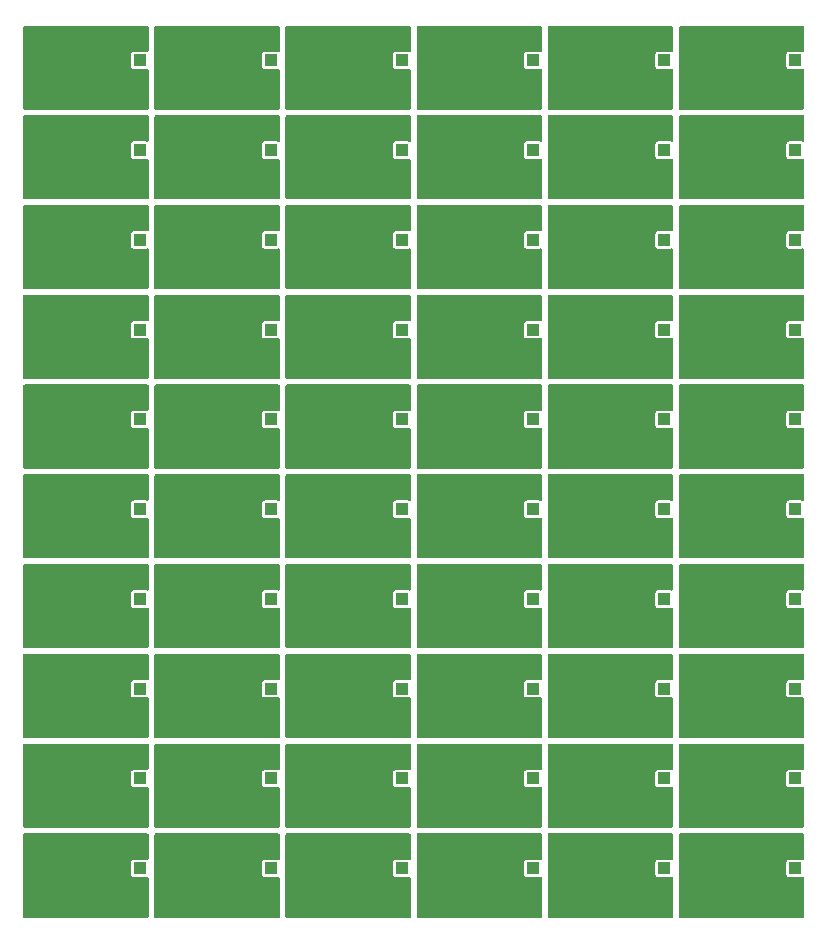
<source format=gbr>
%TF.GenerationSoftware,KiCad,Pcbnew,6.0.10-86aedd382b~118~ubuntu20.04.1*%
%TF.CreationDate,2023-01-07T17:55:22-08:00*%
%TF.ProjectId,coil_terminator_panelized,636f696c-5f74-4657-926d-696e61746f72,rev?*%
%TF.SameCoordinates,Original*%
%TF.FileFunction,Copper,L2,Bot*%
%TF.FilePolarity,Positive*%
%FSLAX46Y46*%
G04 Gerber Fmt 4.6, Leading zero omitted, Abs format (unit mm)*
G04 Created by KiCad (PCBNEW 6.0.10-86aedd382b~118~ubuntu20.04.1) date 2023-01-07 17:55:22*
%MOMM*%
%LPD*%
G01*
G04 APERTURE LIST*
%TA.AperFunction,ComponentPad*%
%ADD10R,1.000000X1.000000*%
%TD*%
%TA.AperFunction,ComponentPad*%
%ADD11O,1.000000X1.000000*%
%TD*%
%TA.AperFunction,ViaPad*%
%ADD12C,0.600000*%
%TD*%
G04 APERTURE END LIST*
D10*
%TO.P,J2,1,Pin_1*%
%TO.N,/coil*%
X116500000Y-110350000D03*
D11*
%TO.P,J2,2,Pin_2*%
%TO.N,GND*%
X116500000Y-111620000D03*
%TD*%
D10*
%TO.P,J2,1,Pin_1*%
%TO.N,/coil*%
X116500000Y-117950000D03*
D11*
%TO.P,J2,2,Pin_2*%
%TO.N,GND*%
X116500000Y-119220000D03*
%TD*%
D10*
%TO.P,J2,1,Pin_1*%
%TO.N,/coil*%
X116500000Y-125550000D03*
D11*
%TO.P,J2,2,Pin_2*%
%TO.N,GND*%
X116500000Y-126820000D03*
%TD*%
D10*
%TO.P,J2,1,Pin_1*%
%TO.N,/coil*%
X116500000Y-133150000D03*
D11*
%TO.P,J2,2,Pin_2*%
%TO.N,GND*%
X116500000Y-134420000D03*
%TD*%
D10*
%TO.P,J2,1,Pin_1*%
%TO.N,/coil*%
X116500000Y-140750000D03*
D11*
%TO.P,J2,2,Pin_2*%
%TO.N,GND*%
X116500000Y-142020000D03*
%TD*%
D10*
%TO.P,J2,1,Pin_1*%
%TO.N,/coil*%
X116500000Y-148350000D03*
D11*
%TO.P,J2,2,Pin_2*%
%TO.N,GND*%
X116500000Y-149620000D03*
%TD*%
D10*
%TO.P,J2,1,Pin_1*%
%TO.N,/coil*%
X116500000Y-155950000D03*
D11*
%TO.P,J2,2,Pin_2*%
%TO.N,GND*%
X116500000Y-157220000D03*
%TD*%
D10*
%TO.P,J2,1,Pin_1*%
%TO.N,/coil*%
X116500000Y-163550000D03*
D11*
%TO.P,J2,2,Pin_2*%
%TO.N,GND*%
X116500000Y-164820000D03*
%TD*%
D10*
%TO.P,J2,1,Pin_1*%
%TO.N,/coil*%
X116500000Y-171150000D03*
D11*
%TO.P,J2,2,Pin_2*%
%TO.N,GND*%
X116500000Y-172420000D03*
%TD*%
D10*
%TO.P,J2,1,Pin_1*%
%TO.N,/coil*%
X116500000Y-178750000D03*
D11*
%TO.P,J2,2,Pin_2*%
%TO.N,GND*%
X116500000Y-180020000D03*
%TD*%
D10*
%TO.P,J2,1,Pin_1*%
%TO.N,/coil*%
X127600000Y-110350000D03*
D11*
%TO.P,J2,2,Pin_2*%
%TO.N,GND*%
X127600000Y-111620000D03*
%TD*%
D10*
%TO.P,J2,1,Pin_1*%
%TO.N,/coil*%
X127600000Y-117950000D03*
D11*
%TO.P,J2,2,Pin_2*%
%TO.N,GND*%
X127600000Y-119220000D03*
%TD*%
D10*
%TO.P,J2,1,Pin_1*%
%TO.N,/coil*%
X127600000Y-125550000D03*
D11*
%TO.P,J2,2,Pin_2*%
%TO.N,GND*%
X127600000Y-126820000D03*
%TD*%
D10*
%TO.P,J2,1,Pin_1*%
%TO.N,/coil*%
X127600000Y-133150000D03*
D11*
%TO.P,J2,2,Pin_2*%
%TO.N,GND*%
X127600000Y-134420000D03*
%TD*%
D10*
%TO.P,J2,1,Pin_1*%
%TO.N,/coil*%
X127600000Y-140750000D03*
D11*
%TO.P,J2,2,Pin_2*%
%TO.N,GND*%
X127600000Y-142020000D03*
%TD*%
D10*
%TO.P,J2,1,Pin_1*%
%TO.N,/coil*%
X127600000Y-148350000D03*
D11*
%TO.P,J2,2,Pin_2*%
%TO.N,GND*%
X127600000Y-149620000D03*
%TD*%
D10*
%TO.P,J2,1,Pin_1*%
%TO.N,/coil*%
X127600000Y-155950000D03*
D11*
%TO.P,J2,2,Pin_2*%
%TO.N,GND*%
X127600000Y-157220000D03*
%TD*%
D10*
%TO.P,J2,1,Pin_1*%
%TO.N,/coil*%
X127600000Y-163550000D03*
D11*
%TO.P,J2,2,Pin_2*%
%TO.N,GND*%
X127600000Y-164820000D03*
%TD*%
D10*
%TO.P,J2,1,Pin_1*%
%TO.N,/coil*%
X127600000Y-171150000D03*
D11*
%TO.P,J2,2,Pin_2*%
%TO.N,GND*%
X127600000Y-172420000D03*
%TD*%
D10*
%TO.P,J2,1,Pin_1*%
%TO.N,/coil*%
X127600000Y-178750000D03*
D11*
%TO.P,J2,2,Pin_2*%
%TO.N,GND*%
X127600000Y-180020000D03*
%TD*%
D10*
%TO.P,J2,1,Pin_1*%
%TO.N,/coil*%
X138700000Y-110350000D03*
D11*
%TO.P,J2,2,Pin_2*%
%TO.N,GND*%
X138700000Y-111620000D03*
%TD*%
D10*
%TO.P,J2,1,Pin_1*%
%TO.N,/coil*%
X138700000Y-117950000D03*
D11*
%TO.P,J2,2,Pin_2*%
%TO.N,GND*%
X138700000Y-119220000D03*
%TD*%
D10*
%TO.P,J2,1,Pin_1*%
%TO.N,/coil*%
X138700000Y-125550000D03*
D11*
%TO.P,J2,2,Pin_2*%
%TO.N,GND*%
X138700000Y-126820000D03*
%TD*%
D10*
%TO.P,J2,1,Pin_1*%
%TO.N,/coil*%
X138700000Y-133150000D03*
D11*
%TO.P,J2,2,Pin_2*%
%TO.N,GND*%
X138700000Y-134420000D03*
%TD*%
D10*
%TO.P,J2,1,Pin_1*%
%TO.N,/coil*%
X138700000Y-140750000D03*
D11*
%TO.P,J2,2,Pin_2*%
%TO.N,GND*%
X138700000Y-142020000D03*
%TD*%
D10*
%TO.P,J2,1,Pin_1*%
%TO.N,/coil*%
X138700000Y-148350000D03*
D11*
%TO.P,J2,2,Pin_2*%
%TO.N,GND*%
X138700000Y-149620000D03*
%TD*%
D10*
%TO.P,J2,1,Pin_1*%
%TO.N,/coil*%
X138700000Y-155950000D03*
D11*
%TO.P,J2,2,Pin_2*%
%TO.N,GND*%
X138700000Y-157220000D03*
%TD*%
D10*
%TO.P,J2,1,Pin_1*%
%TO.N,/coil*%
X138700000Y-163550000D03*
D11*
%TO.P,J2,2,Pin_2*%
%TO.N,GND*%
X138700000Y-164820000D03*
%TD*%
D10*
%TO.P,J2,1,Pin_1*%
%TO.N,/coil*%
X138700000Y-171150000D03*
D11*
%TO.P,J2,2,Pin_2*%
%TO.N,GND*%
X138700000Y-172420000D03*
%TD*%
D10*
%TO.P,J2,1,Pin_1*%
%TO.N,/coil*%
X138700000Y-178750000D03*
D11*
%TO.P,J2,2,Pin_2*%
%TO.N,GND*%
X138700000Y-180020000D03*
%TD*%
D10*
%TO.P,J2,1,Pin_1*%
%TO.N,/coil*%
X149800000Y-110350000D03*
D11*
%TO.P,J2,2,Pin_2*%
%TO.N,GND*%
X149800000Y-111620000D03*
%TD*%
D10*
%TO.P,J2,1,Pin_1*%
%TO.N,/coil*%
X149800000Y-117950000D03*
D11*
%TO.P,J2,2,Pin_2*%
%TO.N,GND*%
X149800000Y-119220000D03*
%TD*%
D10*
%TO.P,J2,1,Pin_1*%
%TO.N,/coil*%
X149800000Y-125550000D03*
D11*
%TO.P,J2,2,Pin_2*%
%TO.N,GND*%
X149800000Y-126820000D03*
%TD*%
D10*
%TO.P,J2,1,Pin_1*%
%TO.N,/coil*%
X149800000Y-133150000D03*
D11*
%TO.P,J2,2,Pin_2*%
%TO.N,GND*%
X149800000Y-134420000D03*
%TD*%
D10*
%TO.P,J2,1,Pin_1*%
%TO.N,/coil*%
X149800000Y-140750000D03*
D11*
%TO.P,J2,2,Pin_2*%
%TO.N,GND*%
X149800000Y-142020000D03*
%TD*%
D10*
%TO.P,J2,1,Pin_1*%
%TO.N,/coil*%
X149800000Y-148350000D03*
D11*
%TO.P,J2,2,Pin_2*%
%TO.N,GND*%
X149800000Y-149620000D03*
%TD*%
D10*
%TO.P,J2,1,Pin_1*%
%TO.N,/coil*%
X149800000Y-155950000D03*
D11*
%TO.P,J2,2,Pin_2*%
%TO.N,GND*%
X149800000Y-157220000D03*
%TD*%
D10*
%TO.P,J2,1,Pin_1*%
%TO.N,/coil*%
X149800000Y-163550000D03*
D11*
%TO.P,J2,2,Pin_2*%
%TO.N,GND*%
X149800000Y-164820000D03*
%TD*%
D10*
%TO.P,J2,1,Pin_1*%
%TO.N,/coil*%
X149800000Y-171150000D03*
D11*
%TO.P,J2,2,Pin_2*%
%TO.N,GND*%
X149800000Y-172420000D03*
%TD*%
D10*
%TO.P,J2,1,Pin_1*%
%TO.N,/coil*%
X149800000Y-178750000D03*
D11*
%TO.P,J2,2,Pin_2*%
%TO.N,GND*%
X149800000Y-180020000D03*
%TD*%
D10*
%TO.P,J2,1,Pin_1*%
%TO.N,/coil*%
X160900000Y-110350000D03*
D11*
%TO.P,J2,2,Pin_2*%
%TO.N,GND*%
X160900000Y-111620000D03*
%TD*%
D10*
%TO.P,J2,1,Pin_1*%
%TO.N,/coil*%
X160900000Y-117950000D03*
D11*
%TO.P,J2,2,Pin_2*%
%TO.N,GND*%
X160900000Y-119220000D03*
%TD*%
D10*
%TO.P,J2,1,Pin_1*%
%TO.N,/coil*%
X160900000Y-125550000D03*
D11*
%TO.P,J2,2,Pin_2*%
%TO.N,GND*%
X160900000Y-126820000D03*
%TD*%
D10*
%TO.P,J2,1,Pin_1*%
%TO.N,/coil*%
X160900000Y-133150000D03*
D11*
%TO.P,J2,2,Pin_2*%
%TO.N,GND*%
X160900000Y-134420000D03*
%TD*%
D10*
%TO.P,J2,1,Pin_1*%
%TO.N,/coil*%
X160900000Y-140750000D03*
D11*
%TO.P,J2,2,Pin_2*%
%TO.N,GND*%
X160900000Y-142020000D03*
%TD*%
D10*
%TO.P,J2,1,Pin_1*%
%TO.N,/coil*%
X160900000Y-148350000D03*
D11*
%TO.P,J2,2,Pin_2*%
%TO.N,GND*%
X160900000Y-149620000D03*
%TD*%
D10*
%TO.P,J2,1,Pin_1*%
%TO.N,/coil*%
X160900000Y-155950000D03*
D11*
%TO.P,J2,2,Pin_2*%
%TO.N,GND*%
X160900000Y-157220000D03*
%TD*%
D10*
%TO.P,J2,1,Pin_1*%
%TO.N,/coil*%
X160900000Y-163550000D03*
D11*
%TO.P,J2,2,Pin_2*%
%TO.N,GND*%
X160900000Y-164820000D03*
%TD*%
D10*
%TO.P,J2,1,Pin_1*%
%TO.N,/coil*%
X160900000Y-171150000D03*
D11*
%TO.P,J2,2,Pin_2*%
%TO.N,GND*%
X160900000Y-172420000D03*
%TD*%
D10*
%TO.P,J2,1,Pin_1*%
%TO.N,/coil*%
X160900000Y-178750000D03*
D11*
%TO.P,J2,2,Pin_2*%
%TO.N,GND*%
X160900000Y-180020000D03*
%TD*%
D10*
%TO.P,J2,1,Pin_1*%
%TO.N,/coil*%
X172000000Y-110350000D03*
D11*
%TO.P,J2,2,Pin_2*%
%TO.N,GND*%
X172000000Y-111620000D03*
%TD*%
D10*
%TO.P,J2,1,Pin_1*%
%TO.N,/coil*%
X172000000Y-117950000D03*
D11*
%TO.P,J2,2,Pin_2*%
%TO.N,GND*%
X172000000Y-119220000D03*
%TD*%
D10*
%TO.P,J2,1,Pin_1*%
%TO.N,/coil*%
X172000000Y-125550000D03*
D11*
%TO.P,J2,2,Pin_2*%
%TO.N,GND*%
X172000000Y-126820000D03*
%TD*%
D10*
%TO.P,J2,1,Pin_1*%
%TO.N,/coil*%
X172000000Y-133150000D03*
D11*
%TO.P,J2,2,Pin_2*%
%TO.N,GND*%
X172000000Y-134420000D03*
%TD*%
D10*
%TO.P,J2,1,Pin_1*%
%TO.N,/coil*%
X172000000Y-140750000D03*
D11*
%TO.P,J2,2,Pin_2*%
%TO.N,GND*%
X172000000Y-142020000D03*
%TD*%
D10*
%TO.P,J2,1,Pin_1*%
%TO.N,/coil*%
X172000000Y-148350000D03*
D11*
%TO.P,J2,2,Pin_2*%
%TO.N,GND*%
X172000000Y-149620000D03*
%TD*%
D10*
%TO.P,J2,1,Pin_1*%
%TO.N,/coil*%
X172000000Y-155950000D03*
D11*
%TO.P,J2,2,Pin_2*%
%TO.N,GND*%
X172000000Y-157220000D03*
%TD*%
D10*
%TO.P,J2,1,Pin_1*%
%TO.N,/coil*%
X172000000Y-163550000D03*
D11*
%TO.P,J2,2,Pin_2*%
%TO.N,GND*%
X172000000Y-164820000D03*
%TD*%
D10*
%TO.P,J2,1,Pin_1*%
%TO.N,/coil*%
X172000000Y-171150000D03*
D11*
%TO.P,J2,2,Pin_2*%
%TO.N,GND*%
X172000000Y-172420000D03*
%TD*%
D10*
%TO.P,J2,1,Pin_1*%
%TO.N,/coil*%
X172000000Y-178750000D03*
D11*
%TO.P,J2,2,Pin_2*%
%TO.N,GND*%
X172000000Y-180020000D03*
%TD*%
D12*
%TO.N,GND*%
X109750000Y-113250000D03*
X109750000Y-128450000D03*
X109750000Y-136050000D03*
X109750000Y-143650000D03*
X109750000Y-151250000D03*
X109750000Y-158850000D03*
X109750000Y-166450000D03*
X109750000Y-174050000D03*
X109750000Y-181650000D03*
X109750000Y-120850000D03*
X120850000Y-113250000D03*
X120850000Y-120850000D03*
X120850000Y-128450000D03*
X120850000Y-136050000D03*
X120850000Y-143650000D03*
X120850000Y-151250000D03*
X120850000Y-158850000D03*
X120850000Y-166450000D03*
X120850000Y-174050000D03*
X120850000Y-181650000D03*
X131950000Y-113250000D03*
X131950000Y-120850000D03*
X131950000Y-128450000D03*
X131950000Y-136050000D03*
X131950000Y-143650000D03*
X131950000Y-151250000D03*
X131950000Y-158850000D03*
X131950000Y-166450000D03*
X131950000Y-174050000D03*
X131950000Y-181650000D03*
X143050000Y-113250000D03*
X143050000Y-120850000D03*
X143050000Y-128450000D03*
X143050000Y-136050000D03*
X143050000Y-143650000D03*
X143050000Y-151250000D03*
X143050000Y-158850000D03*
X143050000Y-166450000D03*
X143050000Y-174050000D03*
X143050000Y-181650000D03*
X154150000Y-113250000D03*
X154150000Y-120850000D03*
X154150000Y-128450000D03*
X154150000Y-136050000D03*
X154150000Y-143650000D03*
X154150000Y-151250000D03*
X154150000Y-158850000D03*
X154150000Y-166450000D03*
X154150000Y-174050000D03*
X154150000Y-181650000D03*
X165250000Y-113250000D03*
X165250000Y-120850000D03*
X165250000Y-128450000D03*
X165250000Y-136050000D03*
X165250000Y-143650000D03*
X165250000Y-151250000D03*
X165250000Y-158850000D03*
X165250000Y-166450000D03*
X165250000Y-174050000D03*
X165250000Y-181650000D03*
X110750000Y-108750000D03*
X110750000Y-116350000D03*
X110750000Y-123950000D03*
X110750000Y-131550000D03*
X110750000Y-139150000D03*
X110750000Y-146750000D03*
X110750000Y-154350000D03*
X110750000Y-161950000D03*
X110750000Y-169550000D03*
X110750000Y-177150000D03*
X121850000Y-108750000D03*
X121850000Y-116350000D03*
X121850000Y-123950000D03*
X121850000Y-131550000D03*
X121850000Y-139150000D03*
X121850000Y-146750000D03*
X121850000Y-154350000D03*
X121850000Y-161950000D03*
X121850000Y-169550000D03*
X121850000Y-177150000D03*
X132950000Y-108750000D03*
X132950000Y-116350000D03*
X132950000Y-123950000D03*
X132950000Y-131550000D03*
X132950000Y-139150000D03*
X132950000Y-146750000D03*
X132950000Y-154350000D03*
X132950000Y-161950000D03*
X132950000Y-169550000D03*
X132950000Y-177150000D03*
X144050000Y-108750000D03*
X155150000Y-177150000D03*
X166250000Y-108750000D03*
X166250000Y-116350000D03*
X166250000Y-123950000D03*
X166250000Y-131550000D03*
X166250000Y-139150000D03*
X144050000Y-116350000D03*
X144050000Y-123950000D03*
X144050000Y-131550000D03*
X144050000Y-139150000D03*
X144050000Y-146750000D03*
X144050000Y-154350000D03*
X144050000Y-161950000D03*
X144050000Y-169550000D03*
X144050000Y-177150000D03*
X155150000Y-108750000D03*
X155150000Y-116350000D03*
X155150000Y-123950000D03*
X155150000Y-131550000D03*
X155150000Y-139150000D03*
X155150000Y-146750000D03*
X155150000Y-154350000D03*
X155150000Y-161950000D03*
X155150000Y-169550000D03*
X166250000Y-146750000D03*
X166250000Y-154350000D03*
X166250000Y-161950000D03*
X166250000Y-169550000D03*
X166250000Y-177150000D03*
X116250000Y-113250000D03*
X127350000Y-113250000D03*
X127350000Y-120850000D03*
X127350000Y-128450000D03*
X127350000Y-136050000D03*
X127350000Y-143650000D03*
X127350000Y-151250000D03*
X127350000Y-158850000D03*
X127350000Y-166450000D03*
X116250000Y-120850000D03*
X116250000Y-128450000D03*
X116250000Y-136050000D03*
X116250000Y-143650000D03*
X116250000Y-151250000D03*
X116250000Y-158850000D03*
X116250000Y-166450000D03*
X116250000Y-174050000D03*
X116250000Y-181650000D03*
X149550000Y-128450000D03*
X149550000Y-136050000D03*
X149550000Y-143650000D03*
X149550000Y-151250000D03*
X149550000Y-158850000D03*
X149550000Y-166450000D03*
X149550000Y-174050000D03*
X149550000Y-181650000D03*
X160650000Y-113250000D03*
X127350000Y-174050000D03*
X127350000Y-181650000D03*
X138450000Y-113250000D03*
X138450000Y-120850000D03*
X138450000Y-128450000D03*
X138450000Y-136050000D03*
X138450000Y-143650000D03*
X138450000Y-151250000D03*
X138450000Y-158850000D03*
X138450000Y-166450000D03*
X138450000Y-174050000D03*
X138450000Y-181650000D03*
X149550000Y-113250000D03*
X149550000Y-120850000D03*
X171750000Y-166450000D03*
X171750000Y-174050000D03*
X171750000Y-181650000D03*
X160650000Y-120850000D03*
X160650000Y-128450000D03*
X160650000Y-136050000D03*
X160650000Y-143650000D03*
X160650000Y-151250000D03*
X160650000Y-158850000D03*
X160650000Y-166450000D03*
X160650000Y-174050000D03*
X160650000Y-181650000D03*
X171750000Y-113250000D03*
X171750000Y-120850000D03*
X171750000Y-128450000D03*
X171750000Y-136050000D03*
X171750000Y-143650000D03*
X171750000Y-151250000D03*
X171750000Y-158850000D03*
X109750000Y-108750000D03*
X109750000Y-116350000D03*
X109750000Y-123950000D03*
X109750000Y-131550000D03*
X109750000Y-139150000D03*
X109750000Y-146750000D03*
X109750000Y-154350000D03*
X109750000Y-161950000D03*
X131950000Y-154350000D03*
X131950000Y-161950000D03*
X131950000Y-169550000D03*
X131950000Y-177150000D03*
X143050000Y-108750000D03*
X143050000Y-116350000D03*
X143050000Y-123950000D03*
X143050000Y-131550000D03*
X143050000Y-139150000D03*
X143050000Y-146750000D03*
X143050000Y-154350000D03*
X143050000Y-161950000D03*
X109750000Y-169550000D03*
X109750000Y-177150000D03*
X120850000Y-108750000D03*
X120850000Y-116350000D03*
X120850000Y-123950000D03*
X120850000Y-131550000D03*
X120850000Y-139150000D03*
X120850000Y-146750000D03*
X120850000Y-154350000D03*
X120850000Y-161950000D03*
X120850000Y-169550000D03*
X120850000Y-177150000D03*
X131950000Y-108750000D03*
X131950000Y-116350000D03*
X131950000Y-123950000D03*
X131950000Y-131550000D03*
X131950000Y-139150000D03*
X131950000Y-146750000D03*
X165250000Y-169550000D03*
X165250000Y-177150000D03*
X143050000Y-169550000D03*
X143050000Y-177150000D03*
X154150000Y-108750000D03*
X154150000Y-116350000D03*
X154150000Y-123950000D03*
X154150000Y-131550000D03*
X154150000Y-139150000D03*
X154150000Y-146750000D03*
X154150000Y-154350000D03*
X154150000Y-161950000D03*
X154150000Y-169550000D03*
X154150000Y-177150000D03*
X165250000Y-108750000D03*
X165250000Y-116350000D03*
X165250000Y-123950000D03*
X165250000Y-131550000D03*
X165250000Y-139150000D03*
X165250000Y-146750000D03*
X165250000Y-154350000D03*
X165250000Y-161950000D03*
X110750000Y-113250000D03*
X110750000Y-120850000D03*
X110750000Y-128450000D03*
X110750000Y-136050000D03*
X110750000Y-143650000D03*
X110750000Y-151250000D03*
X110750000Y-158850000D03*
X110750000Y-166450000D03*
X110750000Y-174050000D03*
X110750000Y-181650000D03*
X121850000Y-113250000D03*
X121850000Y-120850000D03*
X121850000Y-128450000D03*
X144050000Y-151250000D03*
X144050000Y-158850000D03*
X144050000Y-166450000D03*
X144050000Y-174050000D03*
X144050000Y-181650000D03*
X155150000Y-113250000D03*
X155150000Y-120850000D03*
X155150000Y-128450000D03*
X155150000Y-136050000D03*
X155150000Y-143650000D03*
X155150000Y-151250000D03*
X155150000Y-158850000D03*
X155150000Y-166450000D03*
X155150000Y-174050000D03*
X155150000Y-181650000D03*
X166250000Y-113250000D03*
X121850000Y-136050000D03*
X121850000Y-143650000D03*
X121850000Y-151250000D03*
X121850000Y-158850000D03*
X121850000Y-166450000D03*
X121850000Y-174050000D03*
X121850000Y-181650000D03*
X132950000Y-113250000D03*
X132950000Y-120850000D03*
X132950000Y-128450000D03*
X132950000Y-136050000D03*
X132950000Y-143650000D03*
X132950000Y-151250000D03*
X132950000Y-158850000D03*
X132950000Y-166450000D03*
X132950000Y-174050000D03*
X132950000Y-181650000D03*
X144050000Y-113250000D03*
X144050000Y-120850000D03*
X144050000Y-128450000D03*
X144050000Y-136050000D03*
X144050000Y-143650000D03*
X166250000Y-120850000D03*
X166250000Y-128450000D03*
X166250000Y-136050000D03*
X166250000Y-143650000D03*
X166250000Y-151250000D03*
X166250000Y-158850000D03*
X166250000Y-166450000D03*
X166250000Y-174050000D03*
X166250000Y-181650000D03*
%TD*%
%TA.AperFunction,Conductor*%
%TO.N,GND*%
G36*
X117204836Y-107459391D02*
G01*
X117248746Y-107510066D01*
X117259500Y-107559500D01*
X117259500Y-109516452D01*
X117240609Y-109580788D01*
X117189934Y-109624698D01*
X117123565Y-109634241D01*
X117100522Y-109627919D01*
X117093839Y-109623454D01*
X117082346Y-109621168D01*
X117082344Y-109621167D01*
X117054381Y-109615605D01*
X117023688Y-109609500D01*
X115976312Y-109609500D01*
X115945619Y-109615605D01*
X115917656Y-109621167D01*
X115917654Y-109621168D01*
X115906161Y-109623454D01*
X115826609Y-109676609D01*
X115773454Y-109756161D01*
X115759500Y-109826312D01*
X115759500Y-110873688D01*
X115773454Y-110943839D01*
X115826609Y-111023391D01*
X115906161Y-111076546D01*
X115917654Y-111078832D01*
X115917656Y-111078833D01*
X115945619Y-111084395D01*
X115976312Y-111090500D01*
X117023688Y-111090500D01*
X117054381Y-111084395D01*
X117082344Y-111078833D01*
X117082346Y-111078832D01*
X117093839Y-111076546D01*
X117098867Y-111073186D01*
X117161630Y-111066439D01*
X117221589Y-111096453D01*
X117255804Y-111154120D01*
X117259500Y-111183548D01*
X117259500Y-114390500D01*
X117240609Y-114454836D01*
X117189934Y-114498746D01*
X117140500Y-114509500D01*
X106759500Y-114509500D01*
X106695164Y-114490609D01*
X106651254Y-114439934D01*
X106640500Y-114390500D01*
X106640500Y-107559500D01*
X106659391Y-107495164D01*
X106710066Y-107451254D01*
X106759500Y-107440500D01*
X117140500Y-107440500D01*
X117204836Y-107459391D01*
G37*
%TD.AperFunction*%
%TD*%
%TA.AperFunction,Conductor*%
%TO.N,GND*%
G36*
X150504836Y-145409391D02*
G01*
X150548746Y-145460066D01*
X150559500Y-145509500D01*
X150559500Y-147516452D01*
X150540609Y-147580788D01*
X150489934Y-147624698D01*
X150423565Y-147634241D01*
X150400522Y-147627919D01*
X150393839Y-147623454D01*
X150382346Y-147621168D01*
X150382344Y-147621167D01*
X150354381Y-147615605D01*
X150323688Y-147609500D01*
X149276312Y-147609500D01*
X149245619Y-147615605D01*
X149217656Y-147621167D01*
X149217654Y-147621168D01*
X149206161Y-147623454D01*
X149126609Y-147676609D01*
X149073454Y-147756161D01*
X149059500Y-147826312D01*
X149059500Y-148873688D01*
X149073454Y-148943839D01*
X149126609Y-149023391D01*
X149206161Y-149076546D01*
X149217654Y-149078832D01*
X149217656Y-149078833D01*
X149245619Y-149084395D01*
X149276312Y-149090500D01*
X150323688Y-149090500D01*
X150354381Y-149084395D01*
X150382344Y-149078833D01*
X150382346Y-149078832D01*
X150393839Y-149076546D01*
X150398867Y-149073186D01*
X150461630Y-149066439D01*
X150521589Y-149096453D01*
X150555804Y-149154120D01*
X150559500Y-149183548D01*
X150559500Y-152390500D01*
X150540609Y-152454836D01*
X150489934Y-152498746D01*
X150440500Y-152509500D01*
X140059500Y-152509500D01*
X139995164Y-152490609D01*
X139951254Y-152439934D01*
X139940500Y-152390500D01*
X139940500Y-145509500D01*
X139959391Y-145445164D01*
X140010066Y-145401254D01*
X140059500Y-145390500D01*
X150440500Y-145390500D01*
X150504836Y-145409391D01*
G37*
%TD.AperFunction*%
%TD*%
%TA.AperFunction,Conductor*%
%TO.N,GND*%
G36*
X117204836Y-115009391D02*
G01*
X117248746Y-115060066D01*
X117259500Y-115109500D01*
X117259500Y-117116452D01*
X117240609Y-117180788D01*
X117189934Y-117224698D01*
X117123565Y-117234241D01*
X117100522Y-117227919D01*
X117093839Y-117223454D01*
X117082346Y-117221168D01*
X117082344Y-117221167D01*
X117054381Y-117215605D01*
X117023688Y-117209500D01*
X115976312Y-117209500D01*
X115945619Y-117215605D01*
X115917656Y-117221167D01*
X115917654Y-117221168D01*
X115906161Y-117223454D01*
X115826609Y-117276609D01*
X115773454Y-117356161D01*
X115759500Y-117426312D01*
X115759500Y-118473688D01*
X115773454Y-118543839D01*
X115826609Y-118623391D01*
X115906161Y-118676546D01*
X115917654Y-118678832D01*
X115917656Y-118678833D01*
X115945619Y-118684395D01*
X115976312Y-118690500D01*
X117023688Y-118690500D01*
X117054381Y-118684395D01*
X117082344Y-118678833D01*
X117082346Y-118678832D01*
X117093839Y-118676546D01*
X117098867Y-118673186D01*
X117161630Y-118666439D01*
X117221589Y-118696453D01*
X117255804Y-118754120D01*
X117259500Y-118783548D01*
X117259500Y-121990500D01*
X117240609Y-122054836D01*
X117189934Y-122098746D01*
X117140500Y-122109500D01*
X106759500Y-122109500D01*
X106695164Y-122090609D01*
X106651254Y-122039934D01*
X106640500Y-121990500D01*
X106640500Y-115109500D01*
X106659391Y-115045164D01*
X106710066Y-115001254D01*
X106759500Y-114990500D01*
X117140500Y-114990500D01*
X117204836Y-115009391D01*
G37*
%TD.AperFunction*%
%TD*%
%TA.AperFunction,Conductor*%
%TO.N,GND*%
G36*
X117204836Y-122609391D02*
G01*
X117248746Y-122660066D01*
X117259500Y-122709500D01*
X117259500Y-124716452D01*
X117240609Y-124780788D01*
X117189934Y-124824698D01*
X117123565Y-124834241D01*
X117100522Y-124827919D01*
X117093839Y-124823454D01*
X117082346Y-124821168D01*
X117082344Y-124821167D01*
X117054381Y-124815605D01*
X117023688Y-124809500D01*
X115976312Y-124809500D01*
X115945619Y-124815605D01*
X115917656Y-124821167D01*
X115917654Y-124821168D01*
X115906161Y-124823454D01*
X115826609Y-124876609D01*
X115773454Y-124956161D01*
X115759500Y-125026312D01*
X115759500Y-126073688D01*
X115773454Y-126143839D01*
X115826609Y-126223391D01*
X115906161Y-126276546D01*
X115917654Y-126278832D01*
X115917656Y-126278833D01*
X115945619Y-126284395D01*
X115976312Y-126290500D01*
X117023688Y-126290500D01*
X117054381Y-126284395D01*
X117082344Y-126278833D01*
X117082346Y-126278832D01*
X117093839Y-126276546D01*
X117098867Y-126273186D01*
X117161630Y-126266439D01*
X117221589Y-126296453D01*
X117255804Y-126354120D01*
X117259500Y-126383548D01*
X117259500Y-129590500D01*
X117240609Y-129654836D01*
X117189934Y-129698746D01*
X117140500Y-129709500D01*
X106759500Y-129709500D01*
X106695164Y-129690609D01*
X106651254Y-129639934D01*
X106640500Y-129590500D01*
X106640500Y-122709500D01*
X106659391Y-122645164D01*
X106710066Y-122601254D01*
X106759500Y-122590500D01*
X117140500Y-122590500D01*
X117204836Y-122609391D01*
G37*
%TD.AperFunction*%
%TD*%
%TA.AperFunction,Conductor*%
%TO.N,GND*%
G36*
X117204836Y-130209391D02*
G01*
X117248746Y-130260066D01*
X117259500Y-130309500D01*
X117259500Y-132316452D01*
X117240609Y-132380788D01*
X117189934Y-132424698D01*
X117123565Y-132434241D01*
X117100522Y-132427919D01*
X117093839Y-132423454D01*
X117082346Y-132421168D01*
X117082344Y-132421167D01*
X117054381Y-132415605D01*
X117023688Y-132409500D01*
X115976312Y-132409500D01*
X115945619Y-132415605D01*
X115917656Y-132421167D01*
X115917654Y-132421168D01*
X115906161Y-132423454D01*
X115826609Y-132476609D01*
X115773454Y-132556161D01*
X115759500Y-132626312D01*
X115759500Y-133673688D01*
X115773454Y-133743839D01*
X115826609Y-133823391D01*
X115906161Y-133876546D01*
X115917654Y-133878832D01*
X115917656Y-133878833D01*
X115945619Y-133884395D01*
X115976312Y-133890500D01*
X117023688Y-133890500D01*
X117054381Y-133884395D01*
X117082344Y-133878833D01*
X117082346Y-133878832D01*
X117093839Y-133876546D01*
X117098867Y-133873186D01*
X117161630Y-133866439D01*
X117221589Y-133896453D01*
X117255804Y-133954120D01*
X117259500Y-133983548D01*
X117259500Y-137190500D01*
X117240609Y-137254836D01*
X117189934Y-137298746D01*
X117140500Y-137309500D01*
X106759500Y-137309500D01*
X106695164Y-137290609D01*
X106651254Y-137239934D01*
X106640500Y-137190500D01*
X106640500Y-130309500D01*
X106659391Y-130245164D01*
X106710066Y-130201254D01*
X106759500Y-130190500D01*
X117140500Y-130190500D01*
X117204836Y-130209391D01*
G37*
%TD.AperFunction*%
%TD*%
%TA.AperFunction,Conductor*%
%TO.N,GND*%
G36*
X117204836Y-137809391D02*
G01*
X117248746Y-137860066D01*
X117259500Y-137909500D01*
X117259500Y-139916452D01*
X117240609Y-139980788D01*
X117189934Y-140024698D01*
X117123565Y-140034241D01*
X117100522Y-140027919D01*
X117093839Y-140023454D01*
X117082346Y-140021168D01*
X117082344Y-140021167D01*
X117054381Y-140015605D01*
X117023688Y-140009500D01*
X115976312Y-140009500D01*
X115945619Y-140015605D01*
X115917656Y-140021167D01*
X115917654Y-140021168D01*
X115906161Y-140023454D01*
X115826609Y-140076609D01*
X115773454Y-140156161D01*
X115759500Y-140226312D01*
X115759500Y-141273688D01*
X115773454Y-141343839D01*
X115826609Y-141423391D01*
X115906161Y-141476546D01*
X115917654Y-141478832D01*
X115917656Y-141478833D01*
X115945619Y-141484395D01*
X115976312Y-141490500D01*
X117023688Y-141490500D01*
X117054381Y-141484395D01*
X117082344Y-141478833D01*
X117082346Y-141478832D01*
X117093839Y-141476546D01*
X117098867Y-141473186D01*
X117161630Y-141466439D01*
X117221589Y-141496453D01*
X117255804Y-141554120D01*
X117259500Y-141583548D01*
X117259500Y-144790500D01*
X117240609Y-144854836D01*
X117189934Y-144898746D01*
X117140500Y-144909500D01*
X106759500Y-144909500D01*
X106695164Y-144890609D01*
X106651254Y-144839934D01*
X106640500Y-144790500D01*
X106640500Y-137909500D01*
X106659391Y-137845164D01*
X106710066Y-137801254D01*
X106759500Y-137790500D01*
X117140500Y-137790500D01*
X117204836Y-137809391D01*
G37*
%TD.AperFunction*%
%TD*%
%TA.AperFunction,Conductor*%
%TO.N,GND*%
G36*
X117204836Y-145409391D02*
G01*
X117248746Y-145460066D01*
X117259500Y-145509500D01*
X117259500Y-147516452D01*
X117240609Y-147580788D01*
X117189934Y-147624698D01*
X117123565Y-147634241D01*
X117100522Y-147627919D01*
X117093839Y-147623454D01*
X117082346Y-147621168D01*
X117082344Y-147621167D01*
X117054381Y-147615605D01*
X117023688Y-147609500D01*
X115976312Y-147609500D01*
X115945619Y-147615605D01*
X115917656Y-147621167D01*
X115917654Y-147621168D01*
X115906161Y-147623454D01*
X115826609Y-147676609D01*
X115773454Y-147756161D01*
X115759500Y-147826312D01*
X115759500Y-148873688D01*
X115773454Y-148943839D01*
X115826609Y-149023391D01*
X115906161Y-149076546D01*
X115917654Y-149078832D01*
X115917656Y-149078833D01*
X115945619Y-149084395D01*
X115976312Y-149090500D01*
X117023688Y-149090500D01*
X117054381Y-149084395D01*
X117082344Y-149078833D01*
X117082346Y-149078832D01*
X117093839Y-149076546D01*
X117098867Y-149073186D01*
X117161630Y-149066439D01*
X117221589Y-149096453D01*
X117255804Y-149154120D01*
X117259500Y-149183548D01*
X117259500Y-152390500D01*
X117240609Y-152454836D01*
X117189934Y-152498746D01*
X117140500Y-152509500D01*
X106759500Y-152509500D01*
X106695164Y-152490609D01*
X106651254Y-152439934D01*
X106640500Y-152390500D01*
X106640500Y-145509500D01*
X106659391Y-145445164D01*
X106710066Y-145401254D01*
X106759500Y-145390500D01*
X117140500Y-145390500D01*
X117204836Y-145409391D01*
G37*
%TD.AperFunction*%
%TD*%
%TA.AperFunction,Conductor*%
%TO.N,GND*%
G36*
X117204836Y-153009391D02*
G01*
X117248746Y-153060066D01*
X117259500Y-153109500D01*
X117259500Y-155116452D01*
X117240609Y-155180788D01*
X117189934Y-155224698D01*
X117123565Y-155234241D01*
X117100522Y-155227919D01*
X117093839Y-155223454D01*
X117082346Y-155221168D01*
X117082344Y-155221167D01*
X117054381Y-155215605D01*
X117023688Y-155209500D01*
X115976312Y-155209500D01*
X115945619Y-155215605D01*
X115917656Y-155221167D01*
X115917654Y-155221168D01*
X115906161Y-155223454D01*
X115826609Y-155276609D01*
X115773454Y-155356161D01*
X115759500Y-155426312D01*
X115759500Y-156473688D01*
X115773454Y-156543839D01*
X115826609Y-156623391D01*
X115906161Y-156676546D01*
X115917654Y-156678832D01*
X115917656Y-156678833D01*
X115945619Y-156684395D01*
X115976312Y-156690500D01*
X117023688Y-156690500D01*
X117054381Y-156684395D01*
X117082344Y-156678833D01*
X117082346Y-156678832D01*
X117093839Y-156676546D01*
X117098867Y-156673186D01*
X117161630Y-156666439D01*
X117221589Y-156696453D01*
X117255804Y-156754120D01*
X117259500Y-156783548D01*
X117259500Y-159990500D01*
X117240609Y-160054836D01*
X117189934Y-160098746D01*
X117140500Y-160109500D01*
X106759500Y-160109500D01*
X106695164Y-160090609D01*
X106651254Y-160039934D01*
X106640500Y-159990500D01*
X106640500Y-153109500D01*
X106659391Y-153045164D01*
X106710066Y-153001254D01*
X106759500Y-152990500D01*
X117140500Y-152990500D01*
X117204836Y-153009391D01*
G37*
%TD.AperFunction*%
%TD*%
%TA.AperFunction,Conductor*%
%TO.N,GND*%
G36*
X117204836Y-160609391D02*
G01*
X117248746Y-160660066D01*
X117259500Y-160709500D01*
X117259500Y-162716452D01*
X117240609Y-162780788D01*
X117189934Y-162824698D01*
X117123565Y-162834241D01*
X117100522Y-162827919D01*
X117093839Y-162823454D01*
X117082346Y-162821168D01*
X117082344Y-162821167D01*
X117054381Y-162815605D01*
X117023688Y-162809500D01*
X115976312Y-162809500D01*
X115945619Y-162815605D01*
X115917656Y-162821167D01*
X115917654Y-162821168D01*
X115906161Y-162823454D01*
X115826609Y-162876609D01*
X115773454Y-162956161D01*
X115759500Y-163026312D01*
X115759500Y-164073688D01*
X115773454Y-164143839D01*
X115826609Y-164223391D01*
X115906161Y-164276546D01*
X115917654Y-164278832D01*
X115917656Y-164278833D01*
X115945619Y-164284395D01*
X115976312Y-164290500D01*
X117023688Y-164290500D01*
X117054381Y-164284395D01*
X117082344Y-164278833D01*
X117082346Y-164278832D01*
X117093839Y-164276546D01*
X117098867Y-164273186D01*
X117161630Y-164266439D01*
X117221589Y-164296453D01*
X117255804Y-164354120D01*
X117259500Y-164383548D01*
X117259500Y-167590500D01*
X117240609Y-167654836D01*
X117189934Y-167698746D01*
X117140500Y-167709500D01*
X106759500Y-167709500D01*
X106695164Y-167690609D01*
X106651254Y-167639934D01*
X106640500Y-167590500D01*
X106640500Y-160709500D01*
X106659391Y-160645164D01*
X106710066Y-160601254D01*
X106759500Y-160590500D01*
X117140500Y-160590500D01*
X117204836Y-160609391D01*
G37*
%TD.AperFunction*%
%TD*%
%TA.AperFunction,Conductor*%
%TO.N,GND*%
G36*
X117204836Y-168209391D02*
G01*
X117248746Y-168260066D01*
X117259500Y-168309500D01*
X117259500Y-170316452D01*
X117240609Y-170380788D01*
X117189934Y-170424698D01*
X117123565Y-170434241D01*
X117100522Y-170427919D01*
X117093839Y-170423454D01*
X117082346Y-170421168D01*
X117082344Y-170421167D01*
X117054381Y-170415605D01*
X117023688Y-170409500D01*
X115976312Y-170409500D01*
X115945619Y-170415605D01*
X115917656Y-170421167D01*
X115917654Y-170421168D01*
X115906161Y-170423454D01*
X115826609Y-170476609D01*
X115773454Y-170556161D01*
X115759500Y-170626312D01*
X115759500Y-171673688D01*
X115773454Y-171743839D01*
X115826609Y-171823391D01*
X115906161Y-171876546D01*
X115917654Y-171878832D01*
X115917656Y-171878833D01*
X115945619Y-171884395D01*
X115976312Y-171890500D01*
X117023688Y-171890500D01*
X117054381Y-171884395D01*
X117082344Y-171878833D01*
X117082346Y-171878832D01*
X117093839Y-171876546D01*
X117098867Y-171873186D01*
X117161630Y-171866439D01*
X117221589Y-171896453D01*
X117255804Y-171954120D01*
X117259500Y-171983548D01*
X117259500Y-175190500D01*
X117240609Y-175254836D01*
X117189934Y-175298746D01*
X117140500Y-175309500D01*
X106759500Y-175309500D01*
X106695164Y-175290609D01*
X106651254Y-175239934D01*
X106640500Y-175190500D01*
X106640500Y-168309500D01*
X106659391Y-168245164D01*
X106710066Y-168201254D01*
X106759500Y-168190500D01*
X117140500Y-168190500D01*
X117204836Y-168209391D01*
G37*
%TD.AperFunction*%
%TD*%
%TA.AperFunction,Conductor*%
%TO.N,GND*%
G36*
X117204836Y-175809391D02*
G01*
X117248746Y-175860066D01*
X117259500Y-175909500D01*
X117259500Y-177916452D01*
X117240609Y-177980788D01*
X117189934Y-178024698D01*
X117123565Y-178034241D01*
X117100522Y-178027919D01*
X117093839Y-178023454D01*
X117082346Y-178021168D01*
X117082344Y-178021167D01*
X117054381Y-178015605D01*
X117023688Y-178009500D01*
X115976312Y-178009500D01*
X115945619Y-178015605D01*
X115917656Y-178021167D01*
X115917654Y-178021168D01*
X115906161Y-178023454D01*
X115826609Y-178076609D01*
X115773454Y-178156161D01*
X115759500Y-178226312D01*
X115759500Y-179273688D01*
X115773454Y-179343839D01*
X115826609Y-179423391D01*
X115906161Y-179476546D01*
X115917654Y-179478832D01*
X115917656Y-179478833D01*
X115945619Y-179484395D01*
X115976312Y-179490500D01*
X117023688Y-179490500D01*
X117054381Y-179484395D01*
X117082344Y-179478833D01*
X117082346Y-179478832D01*
X117093839Y-179476546D01*
X117098867Y-179473186D01*
X117161630Y-179466439D01*
X117221589Y-179496453D01*
X117255804Y-179554120D01*
X117259500Y-179583548D01*
X117259500Y-182840500D01*
X117240609Y-182904836D01*
X117189934Y-182948746D01*
X117140500Y-182959500D01*
X106759500Y-182959500D01*
X106695164Y-182940609D01*
X106651254Y-182889934D01*
X106640500Y-182840500D01*
X106640500Y-175909500D01*
X106659391Y-175845164D01*
X106710066Y-175801254D01*
X106759500Y-175790500D01*
X117140500Y-175790500D01*
X117204836Y-175809391D01*
G37*
%TD.AperFunction*%
%TD*%
%TA.AperFunction,Conductor*%
%TO.N,GND*%
G36*
X128304836Y-107459391D02*
G01*
X128348746Y-107510066D01*
X128359500Y-107559500D01*
X128359500Y-109516452D01*
X128340609Y-109580788D01*
X128289934Y-109624698D01*
X128223565Y-109634241D01*
X128200522Y-109627919D01*
X128193839Y-109623454D01*
X128182346Y-109621168D01*
X128182344Y-109621167D01*
X128154381Y-109615605D01*
X128123688Y-109609500D01*
X127076312Y-109609500D01*
X127045619Y-109615605D01*
X127017656Y-109621167D01*
X127017654Y-109621168D01*
X127006161Y-109623454D01*
X126926609Y-109676609D01*
X126873454Y-109756161D01*
X126859500Y-109826312D01*
X126859500Y-110873688D01*
X126873454Y-110943839D01*
X126926609Y-111023391D01*
X127006161Y-111076546D01*
X127017654Y-111078832D01*
X127017656Y-111078833D01*
X127045619Y-111084395D01*
X127076312Y-111090500D01*
X128123688Y-111090500D01*
X128154381Y-111084395D01*
X128182344Y-111078833D01*
X128182346Y-111078832D01*
X128193839Y-111076546D01*
X128198867Y-111073186D01*
X128261630Y-111066439D01*
X128321589Y-111096453D01*
X128355804Y-111154120D01*
X128359500Y-111183548D01*
X128359500Y-114390500D01*
X128340609Y-114454836D01*
X128289934Y-114498746D01*
X128240500Y-114509500D01*
X117859500Y-114509500D01*
X117795164Y-114490609D01*
X117751254Y-114439934D01*
X117740500Y-114390500D01*
X117740500Y-107559500D01*
X117759391Y-107495164D01*
X117810066Y-107451254D01*
X117859500Y-107440500D01*
X128240500Y-107440500D01*
X128304836Y-107459391D01*
G37*
%TD.AperFunction*%
%TD*%
%TA.AperFunction,Conductor*%
%TO.N,GND*%
G36*
X128304836Y-115009391D02*
G01*
X128348746Y-115060066D01*
X128359500Y-115109500D01*
X128359500Y-117116452D01*
X128340609Y-117180788D01*
X128289934Y-117224698D01*
X128223565Y-117234241D01*
X128200522Y-117227919D01*
X128193839Y-117223454D01*
X128182346Y-117221168D01*
X128182344Y-117221167D01*
X128154381Y-117215605D01*
X128123688Y-117209500D01*
X127076312Y-117209500D01*
X127045619Y-117215605D01*
X127017656Y-117221167D01*
X127017654Y-117221168D01*
X127006161Y-117223454D01*
X126926609Y-117276609D01*
X126873454Y-117356161D01*
X126859500Y-117426312D01*
X126859500Y-118473688D01*
X126873454Y-118543839D01*
X126926609Y-118623391D01*
X127006161Y-118676546D01*
X127017654Y-118678832D01*
X127017656Y-118678833D01*
X127045619Y-118684395D01*
X127076312Y-118690500D01*
X128123688Y-118690500D01*
X128154381Y-118684395D01*
X128182344Y-118678833D01*
X128182346Y-118678832D01*
X128193839Y-118676546D01*
X128198867Y-118673186D01*
X128261630Y-118666439D01*
X128321589Y-118696453D01*
X128355804Y-118754120D01*
X128359500Y-118783548D01*
X128359500Y-121990500D01*
X128340609Y-122054836D01*
X128289934Y-122098746D01*
X128240500Y-122109500D01*
X117859500Y-122109500D01*
X117795164Y-122090609D01*
X117751254Y-122039934D01*
X117740500Y-121990500D01*
X117740500Y-115109500D01*
X117759391Y-115045164D01*
X117810066Y-115001254D01*
X117859500Y-114990500D01*
X128240500Y-114990500D01*
X128304836Y-115009391D01*
G37*
%TD.AperFunction*%
%TD*%
%TA.AperFunction,Conductor*%
%TO.N,GND*%
G36*
X128304836Y-122609391D02*
G01*
X128348746Y-122660066D01*
X128359500Y-122709500D01*
X128359500Y-124716452D01*
X128340609Y-124780788D01*
X128289934Y-124824698D01*
X128223565Y-124834241D01*
X128200522Y-124827919D01*
X128193839Y-124823454D01*
X128182346Y-124821168D01*
X128182344Y-124821167D01*
X128154381Y-124815605D01*
X128123688Y-124809500D01*
X127076312Y-124809500D01*
X127045619Y-124815605D01*
X127017656Y-124821167D01*
X127017654Y-124821168D01*
X127006161Y-124823454D01*
X126926609Y-124876609D01*
X126873454Y-124956161D01*
X126859500Y-125026312D01*
X126859500Y-126073688D01*
X126873454Y-126143839D01*
X126926609Y-126223391D01*
X127006161Y-126276546D01*
X127017654Y-126278832D01*
X127017656Y-126278833D01*
X127045619Y-126284395D01*
X127076312Y-126290500D01*
X128123688Y-126290500D01*
X128154381Y-126284395D01*
X128182344Y-126278833D01*
X128182346Y-126278832D01*
X128193839Y-126276546D01*
X128198867Y-126273186D01*
X128261630Y-126266439D01*
X128321589Y-126296453D01*
X128355804Y-126354120D01*
X128359500Y-126383548D01*
X128359500Y-129590500D01*
X128340609Y-129654836D01*
X128289934Y-129698746D01*
X128240500Y-129709500D01*
X117859500Y-129709500D01*
X117795164Y-129690609D01*
X117751254Y-129639934D01*
X117740500Y-129590500D01*
X117740500Y-122709500D01*
X117759391Y-122645164D01*
X117810066Y-122601254D01*
X117859500Y-122590500D01*
X128240500Y-122590500D01*
X128304836Y-122609391D01*
G37*
%TD.AperFunction*%
%TD*%
%TA.AperFunction,Conductor*%
%TO.N,GND*%
G36*
X128304836Y-130209391D02*
G01*
X128348746Y-130260066D01*
X128359500Y-130309500D01*
X128359500Y-132316452D01*
X128340609Y-132380788D01*
X128289934Y-132424698D01*
X128223565Y-132434241D01*
X128200522Y-132427919D01*
X128193839Y-132423454D01*
X128182346Y-132421168D01*
X128182344Y-132421167D01*
X128154381Y-132415605D01*
X128123688Y-132409500D01*
X127076312Y-132409500D01*
X127045619Y-132415605D01*
X127017656Y-132421167D01*
X127017654Y-132421168D01*
X127006161Y-132423454D01*
X126926609Y-132476609D01*
X126873454Y-132556161D01*
X126859500Y-132626312D01*
X126859500Y-133673688D01*
X126873454Y-133743839D01*
X126926609Y-133823391D01*
X127006161Y-133876546D01*
X127017654Y-133878832D01*
X127017656Y-133878833D01*
X127045619Y-133884395D01*
X127076312Y-133890500D01*
X128123688Y-133890500D01*
X128154381Y-133884395D01*
X128182344Y-133878833D01*
X128182346Y-133878832D01*
X128193839Y-133876546D01*
X128198867Y-133873186D01*
X128261630Y-133866439D01*
X128321589Y-133896453D01*
X128355804Y-133954120D01*
X128359500Y-133983548D01*
X128359500Y-137190500D01*
X128340609Y-137254836D01*
X128289934Y-137298746D01*
X128240500Y-137309500D01*
X117859500Y-137309500D01*
X117795164Y-137290609D01*
X117751254Y-137239934D01*
X117740500Y-137190500D01*
X117740500Y-130309500D01*
X117759391Y-130245164D01*
X117810066Y-130201254D01*
X117859500Y-130190500D01*
X128240500Y-130190500D01*
X128304836Y-130209391D01*
G37*
%TD.AperFunction*%
%TD*%
%TA.AperFunction,Conductor*%
%TO.N,GND*%
G36*
X128304836Y-137809391D02*
G01*
X128348746Y-137860066D01*
X128359500Y-137909500D01*
X128359500Y-139916452D01*
X128340609Y-139980788D01*
X128289934Y-140024698D01*
X128223565Y-140034241D01*
X128200522Y-140027919D01*
X128193839Y-140023454D01*
X128182346Y-140021168D01*
X128182344Y-140021167D01*
X128154381Y-140015605D01*
X128123688Y-140009500D01*
X127076312Y-140009500D01*
X127045619Y-140015605D01*
X127017656Y-140021167D01*
X127017654Y-140021168D01*
X127006161Y-140023454D01*
X126926609Y-140076609D01*
X126873454Y-140156161D01*
X126859500Y-140226312D01*
X126859500Y-141273688D01*
X126873454Y-141343839D01*
X126926609Y-141423391D01*
X127006161Y-141476546D01*
X127017654Y-141478832D01*
X127017656Y-141478833D01*
X127045619Y-141484395D01*
X127076312Y-141490500D01*
X128123688Y-141490500D01*
X128154381Y-141484395D01*
X128182344Y-141478833D01*
X128182346Y-141478832D01*
X128193839Y-141476546D01*
X128198867Y-141473186D01*
X128261630Y-141466439D01*
X128321589Y-141496453D01*
X128355804Y-141554120D01*
X128359500Y-141583548D01*
X128359500Y-144790500D01*
X128340609Y-144854836D01*
X128289934Y-144898746D01*
X128240500Y-144909500D01*
X117859500Y-144909500D01*
X117795164Y-144890609D01*
X117751254Y-144839934D01*
X117740500Y-144790500D01*
X117740500Y-137909500D01*
X117759391Y-137845164D01*
X117810066Y-137801254D01*
X117859500Y-137790500D01*
X128240500Y-137790500D01*
X128304836Y-137809391D01*
G37*
%TD.AperFunction*%
%TD*%
%TA.AperFunction,Conductor*%
%TO.N,GND*%
G36*
X128304836Y-145409391D02*
G01*
X128348746Y-145460066D01*
X128359500Y-145509500D01*
X128359500Y-147516452D01*
X128340609Y-147580788D01*
X128289934Y-147624698D01*
X128223565Y-147634241D01*
X128200522Y-147627919D01*
X128193839Y-147623454D01*
X128182346Y-147621168D01*
X128182344Y-147621167D01*
X128154381Y-147615605D01*
X128123688Y-147609500D01*
X127076312Y-147609500D01*
X127045619Y-147615605D01*
X127017656Y-147621167D01*
X127017654Y-147621168D01*
X127006161Y-147623454D01*
X126926609Y-147676609D01*
X126873454Y-147756161D01*
X126859500Y-147826312D01*
X126859500Y-148873688D01*
X126873454Y-148943839D01*
X126926609Y-149023391D01*
X127006161Y-149076546D01*
X127017654Y-149078832D01*
X127017656Y-149078833D01*
X127045619Y-149084395D01*
X127076312Y-149090500D01*
X128123688Y-149090500D01*
X128154381Y-149084395D01*
X128182344Y-149078833D01*
X128182346Y-149078832D01*
X128193839Y-149076546D01*
X128198867Y-149073186D01*
X128261630Y-149066439D01*
X128321589Y-149096453D01*
X128355804Y-149154120D01*
X128359500Y-149183548D01*
X128359500Y-152390500D01*
X128340609Y-152454836D01*
X128289934Y-152498746D01*
X128240500Y-152509500D01*
X117859500Y-152509500D01*
X117795164Y-152490609D01*
X117751254Y-152439934D01*
X117740500Y-152390500D01*
X117740500Y-145509500D01*
X117759391Y-145445164D01*
X117810066Y-145401254D01*
X117859500Y-145390500D01*
X128240500Y-145390500D01*
X128304836Y-145409391D01*
G37*
%TD.AperFunction*%
%TD*%
%TA.AperFunction,Conductor*%
%TO.N,GND*%
G36*
X128304836Y-153009391D02*
G01*
X128348746Y-153060066D01*
X128359500Y-153109500D01*
X128359500Y-155116452D01*
X128340609Y-155180788D01*
X128289934Y-155224698D01*
X128223565Y-155234241D01*
X128200522Y-155227919D01*
X128193839Y-155223454D01*
X128182346Y-155221168D01*
X128182344Y-155221167D01*
X128154381Y-155215605D01*
X128123688Y-155209500D01*
X127076312Y-155209500D01*
X127045619Y-155215605D01*
X127017656Y-155221167D01*
X127017654Y-155221168D01*
X127006161Y-155223454D01*
X126926609Y-155276609D01*
X126873454Y-155356161D01*
X126859500Y-155426312D01*
X126859500Y-156473688D01*
X126873454Y-156543839D01*
X126926609Y-156623391D01*
X127006161Y-156676546D01*
X127017654Y-156678832D01*
X127017656Y-156678833D01*
X127045619Y-156684395D01*
X127076312Y-156690500D01*
X128123688Y-156690500D01*
X128154381Y-156684395D01*
X128182344Y-156678833D01*
X128182346Y-156678832D01*
X128193839Y-156676546D01*
X128198867Y-156673186D01*
X128261630Y-156666439D01*
X128321589Y-156696453D01*
X128355804Y-156754120D01*
X128359500Y-156783548D01*
X128359500Y-159990500D01*
X128340609Y-160054836D01*
X128289934Y-160098746D01*
X128240500Y-160109500D01*
X117859500Y-160109500D01*
X117795164Y-160090609D01*
X117751254Y-160039934D01*
X117740500Y-159990500D01*
X117740500Y-153109500D01*
X117759391Y-153045164D01*
X117810066Y-153001254D01*
X117859500Y-152990500D01*
X128240500Y-152990500D01*
X128304836Y-153009391D01*
G37*
%TD.AperFunction*%
%TD*%
%TA.AperFunction,Conductor*%
%TO.N,GND*%
G36*
X128304836Y-160609391D02*
G01*
X128348746Y-160660066D01*
X128359500Y-160709500D01*
X128359500Y-162716452D01*
X128340609Y-162780788D01*
X128289934Y-162824698D01*
X128223565Y-162834241D01*
X128200522Y-162827919D01*
X128193839Y-162823454D01*
X128182346Y-162821168D01*
X128182344Y-162821167D01*
X128154381Y-162815605D01*
X128123688Y-162809500D01*
X127076312Y-162809500D01*
X127045619Y-162815605D01*
X127017656Y-162821167D01*
X127017654Y-162821168D01*
X127006161Y-162823454D01*
X126926609Y-162876609D01*
X126873454Y-162956161D01*
X126859500Y-163026312D01*
X126859500Y-164073688D01*
X126873454Y-164143839D01*
X126926609Y-164223391D01*
X127006161Y-164276546D01*
X127017654Y-164278832D01*
X127017656Y-164278833D01*
X127045619Y-164284395D01*
X127076312Y-164290500D01*
X128123688Y-164290500D01*
X128154381Y-164284395D01*
X128182344Y-164278833D01*
X128182346Y-164278832D01*
X128193839Y-164276546D01*
X128198867Y-164273186D01*
X128261630Y-164266439D01*
X128321589Y-164296453D01*
X128355804Y-164354120D01*
X128359500Y-164383548D01*
X128359500Y-167590500D01*
X128340609Y-167654836D01*
X128289934Y-167698746D01*
X128240500Y-167709500D01*
X117859500Y-167709500D01*
X117795164Y-167690609D01*
X117751254Y-167639934D01*
X117740500Y-167590500D01*
X117740500Y-160709500D01*
X117759391Y-160645164D01*
X117810066Y-160601254D01*
X117859500Y-160590500D01*
X128240500Y-160590500D01*
X128304836Y-160609391D01*
G37*
%TD.AperFunction*%
%TD*%
%TA.AperFunction,Conductor*%
%TO.N,GND*%
G36*
X128304836Y-168209391D02*
G01*
X128348746Y-168260066D01*
X128359500Y-168309500D01*
X128359500Y-170316452D01*
X128340609Y-170380788D01*
X128289934Y-170424698D01*
X128223565Y-170434241D01*
X128200522Y-170427919D01*
X128193839Y-170423454D01*
X128182346Y-170421168D01*
X128182344Y-170421167D01*
X128154381Y-170415605D01*
X128123688Y-170409500D01*
X127076312Y-170409500D01*
X127045619Y-170415605D01*
X127017656Y-170421167D01*
X127017654Y-170421168D01*
X127006161Y-170423454D01*
X126926609Y-170476609D01*
X126873454Y-170556161D01*
X126859500Y-170626312D01*
X126859500Y-171673688D01*
X126873454Y-171743839D01*
X126926609Y-171823391D01*
X127006161Y-171876546D01*
X127017654Y-171878832D01*
X127017656Y-171878833D01*
X127045619Y-171884395D01*
X127076312Y-171890500D01*
X128123688Y-171890500D01*
X128154381Y-171884395D01*
X128182344Y-171878833D01*
X128182346Y-171878832D01*
X128193839Y-171876546D01*
X128198867Y-171873186D01*
X128261630Y-171866439D01*
X128321589Y-171896453D01*
X128355804Y-171954120D01*
X128359500Y-171983548D01*
X128359500Y-175190500D01*
X128340609Y-175254836D01*
X128289934Y-175298746D01*
X128240500Y-175309500D01*
X117859500Y-175309500D01*
X117795164Y-175290609D01*
X117751254Y-175239934D01*
X117740500Y-175190500D01*
X117740500Y-168309500D01*
X117759391Y-168245164D01*
X117810066Y-168201254D01*
X117859500Y-168190500D01*
X128240500Y-168190500D01*
X128304836Y-168209391D01*
G37*
%TD.AperFunction*%
%TD*%
%TA.AperFunction,Conductor*%
%TO.N,GND*%
G36*
X128304836Y-175809391D02*
G01*
X128348746Y-175860066D01*
X128359500Y-175909500D01*
X128359500Y-177916452D01*
X128340609Y-177980788D01*
X128289934Y-178024698D01*
X128223565Y-178034241D01*
X128200522Y-178027919D01*
X128193839Y-178023454D01*
X128182346Y-178021168D01*
X128182344Y-178021167D01*
X128154381Y-178015605D01*
X128123688Y-178009500D01*
X127076312Y-178009500D01*
X127045619Y-178015605D01*
X127017656Y-178021167D01*
X127017654Y-178021168D01*
X127006161Y-178023454D01*
X126926609Y-178076609D01*
X126873454Y-178156161D01*
X126859500Y-178226312D01*
X126859500Y-179273688D01*
X126873454Y-179343839D01*
X126926609Y-179423391D01*
X127006161Y-179476546D01*
X127017654Y-179478832D01*
X127017656Y-179478833D01*
X127045619Y-179484395D01*
X127076312Y-179490500D01*
X128123688Y-179490500D01*
X128154381Y-179484395D01*
X128182344Y-179478833D01*
X128182346Y-179478832D01*
X128193839Y-179476546D01*
X128198867Y-179473186D01*
X128261630Y-179466439D01*
X128321589Y-179496453D01*
X128355804Y-179554120D01*
X128359500Y-179583548D01*
X128359500Y-182840500D01*
X128340609Y-182904836D01*
X128289934Y-182948746D01*
X128240500Y-182959500D01*
X117859500Y-182959500D01*
X117795164Y-182940609D01*
X117751254Y-182889934D01*
X117740500Y-182840500D01*
X117740500Y-175909500D01*
X117759391Y-175845164D01*
X117810066Y-175801254D01*
X117859500Y-175790500D01*
X128240500Y-175790500D01*
X128304836Y-175809391D01*
G37*
%TD.AperFunction*%
%TD*%
%TA.AperFunction,Conductor*%
%TO.N,GND*%
G36*
X139404836Y-107459391D02*
G01*
X139448746Y-107510066D01*
X139459500Y-107559500D01*
X139459500Y-109516452D01*
X139440609Y-109580788D01*
X139389934Y-109624698D01*
X139323565Y-109634241D01*
X139300522Y-109627919D01*
X139293839Y-109623454D01*
X139282346Y-109621168D01*
X139282344Y-109621167D01*
X139254381Y-109615605D01*
X139223688Y-109609500D01*
X138176312Y-109609500D01*
X138145619Y-109615605D01*
X138117656Y-109621167D01*
X138117654Y-109621168D01*
X138106161Y-109623454D01*
X138026609Y-109676609D01*
X137973454Y-109756161D01*
X137959500Y-109826312D01*
X137959500Y-110873688D01*
X137973454Y-110943839D01*
X138026609Y-111023391D01*
X138106161Y-111076546D01*
X138117654Y-111078832D01*
X138117656Y-111078833D01*
X138145619Y-111084395D01*
X138176312Y-111090500D01*
X139223688Y-111090500D01*
X139254381Y-111084395D01*
X139282344Y-111078833D01*
X139282346Y-111078832D01*
X139293839Y-111076546D01*
X139298867Y-111073186D01*
X139361630Y-111066439D01*
X139421589Y-111096453D01*
X139455804Y-111154120D01*
X139459500Y-111183548D01*
X139459500Y-114390500D01*
X139440609Y-114454836D01*
X139389934Y-114498746D01*
X139340500Y-114509500D01*
X128959500Y-114509500D01*
X128895164Y-114490609D01*
X128851254Y-114439934D01*
X128840500Y-114390500D01*
X128840500Y-107559500D01*
X128859391Y-107495164D01*
X128910066Y-107451254D01*
X128959500Y-107440500D01*
X139340500Y-107440500D01*
X139404836Y-107459391D01*
G37*
%TD.AperFunction*%
%TD*%
%TA.AperFunction,Conductor*%
%TO.N,GND*%
G36*
X139404836Y-115009391D02*
G01*
X139448746Y-115060066D01*
X139459500Y-115109500D01*
X139459500Y-117116452D01*
X139440609Y-117180788D01*
X139389934Y-117224698D01*
X139323565Y-117234241D01*
X139300522Y-117227919D01*
X139293839Y-117223454D01*
X139282346Y-117221168D01*
X139282344Y-117221167D01*
X139254381Y-117215605D01*
X139223688Y-117209500D01*
X138176312Y-117209500D01*
X138145619Y-117215605D01*
X138117656Y-117221167D01*
X138117654Y-117221168D01*
X138106161Y-117223454D01*
X138026609Y-117276609D01*
X137973454Y-117356161D01*
X137959500Y-117426312D01*
X137959500Y-118473688D01*
X137973454Y-118543839D01*
X138026609Y-118623391D01*
X138106161Y-118676546D01*
X138117654Y-118678832D01*
X138117656Y-118678833D01*
X138145619Y-118684395D01*
X138176312Y-118690500D01*
X139223688Y-118690500D01*
X139254381Y-118684395D01*
X139282344Y-118678833D01*
X139282346Y-118678832D01*
X139293839Y-118676546D01*
X139298867Y-118673186D01*
X139361630Y-118666439D01*
X139421589Y-118696453D01*
X139455804Y-118754120D01*
X139459500Y-118783548D01*
X139459500Y-121990500D01*
X139440609Y-122054836D01*
X139389934Y-122098746D01*
X139340500Y-122109500D01*
X128959500Y-122109500D01*
X128895164Y-122090609D01*
X128851254Y-122039934D01*
X128840500Y-121990500D01*
X128840500Y-115109500D01*
X128859391Y-115045164D01*
X128910066Y-115001254D01*
X128959500Y-114990500D01*
X139340500Y-114990500D01*
X139404836Y-115009391D01*
G37*
%TD.AperFunction*%
%TD*%
%TA.AperFunction,Conductor*%
%TO.N,GND*%
G36*
X139404836Y-122609391D02*
G01*
X139448746Y-122660066D01*
X139459500Y-122709500D01*
X139459500Y-124716452D01*
X139440609Y-124780788D01*
X139389934Y-124824698D01*
X139323565Y-124834241D01*
X139300522Y-124827919D01*
X139293839Y-124823454D01*
X139282346Y-124821168D01*
X139282344Y-124821167D01*
X139254381Y-124815605D01*
X139223688Y-124809500D01*
X138176312Y-124809500D01*
X138145619Y-124815605D01*
X138117656Y-124821167D01*
X138117654Y-124821168D01*
X138106161Y-124823454D01*
X138026609Y-124876609D01*
X137973454Y-124956161D01*
X137959500Y-125026312D01*
X137959500Y-126073688D01*
X137973454Y-126143839D01*
X138026609Y-126223391D01*
X138106161Y-126276546D01*
X138117654Y-126278832D01*
X138117656Y-126278833D01*
X138145619Y-126284395D01*
X138176312Y-126290500D01*
X139223688Y-126290500D01*
X139254381Y-126284395D01*
X139282344Y-126278833D01*
X139282346Y-126278832D01*
X139293839Y-126276546D01*
X139298867Y-126273186D01*
X139361630Y-126266439D01*
X139421589Y-126296453D01*
X139455804Y-126354120D01*
X139459500Y-126383548D01*
X139459500Y-129590500D01*
X139440609Y-129654836D01*
X139389934Y-129698746D01*
X139340500Y-129709500D01*
X128959500Y-129709500D01*
X128895164Y-129690609D01*
X128851254Y-129639934D01*
X128840500Y-129590500D01*
X128840500Y-122709500D01*
X128859391Y-122645164D01*
X128910066Y-122601254D01*
X128959500Y-122590500D01*
X139340500Y-122590500D01*
X139404836Y-122609391D01*
G37*
%TD.AperFunction*%
%TD*%
%TA.AperFunction,Conductor*%
%TO.N,GND*%
G36*
X139404836Y-130209391D02*
G01*
X139448746Y-130260066D01*
X139459500Y-130309500D01*
X139459500Y-132316452D01*
X139440609Y-132380788D01*
X139389934Y-132424698D01*
X139323565Y-132434241D01*
X139300522Y-132427919D01*
X139293839Y-132423454D01*
X139282346Y-132421168D01*
X139282344Y-132421167D01*
X139254381Y-132415605D01*
X139223688Y-132409500D01*
X138176312Y-132409500D01*
X138145619Y-132415605D01*
X138117656Y-132421167D01*
X138117654Y-132421168D01*
X138106161Y-132423454D01*
X138026609Y-132476609D01*
X137973454Y-132556161D01*
X137959500Y-132626312D01*
X137959500Y-133673688D01*
X137973454Y-133743839D01*
X138026609Y-133823391D01*
X138106161Y-133876546D01*
X138117654Y-133878832D01*
X138117656Y-133878833D01*
X138145619Y-133884395D01*
X138176312Y-133890500D01*
X139223688Y-133890500D01*
X139254381Y-133884395D01*
X139282344Y-133878833D01*
X139282346Y-133878832D01*
X139293839Y-133876546D01*
X139298867Y-133873186D01*
X139361630Y-133866439D01*
X139421589Y-133896453D01*
X139455804Y-133954120D01*
X139459500Y-133983548D01*
X139459500Y-137190500D01*
X139440609Y-137254836D01*
X139389934Y-137298746D01*
X139340500Y-137309500D01*
X128959500Y-137309500D01*
X128895164Y-137290609D01*
X128851254Y-137239934D01*
X128840500Y-137190500D01*
X128840500Y-130309500D01*
X128859391Y-130245164D01*
X128910066Y-130201254D01*
X128959500Y-130190500D01*
X139340500Y-130190500D01*
X139404836Y-130209391D01*
G37*
%TD.AperFunction*%
%TD*%
%TA.AperFunction,Conductor*%
%TO.N,GND*%
G36*
X139404836Y-137809391D02*
G01*
X139448746Y-137860066D01*
X139459500Y-137909500D01*
X139459500Y-139916452D01*
X139440609Y-139980788D01*
X139389934Y-140024698D01*
X139323565Y-140034241D01*
X139300522Y-140027919D01*
X139293839Y-140023454D01*
X139282346Y-140021168D01*
X139282344Y-140021167D01*
X139254381Y-140015605D01*
X139223688Y-140009500D01*
X138176312Y-140009500D01*
X138145619Y-140015605D01*
X138117656Y-140021167D01*
X138117654Y-140021168D01*
X138106161Y-140023454D01*
X138026609Y-140076609D01*
X137973454Y-140156161D01*
X137959500Y-140226312D01*
X137959500Y-141273688D01*
X137973454Y-141343839D01*
X138026609Y-141423391D01*
X138106161Y-141476546D01*
X138117654Y-141478832D01*
X138117656Y-141478833D01*
X138145619Y-141484395D01*
X138176312Y-141490500D01*
X139223688Y-141490500D01*
X139254381Y-141484395D01*
X139282344Y-141478833D01*
X139282346Y-141478832D01*
X139293839Y-141476546D01*
X139298867Y-141473186D01*
X139361630Y-141466439D01*
X139421589Y-141496453D01*
X139455804Y-141554120D01*
X139459500Y-141583548D01*
X139459500Y-144790500D01*
X139440609Y-144854836D01*
X139389934Y-144898746D01*
X139340500Y-144909500D01*
X128959500Y-144909500D01*
X128895164Y-144890609D01*
X128851254Y-144839934D01*
X128840500Y-144790500D01*
X128840500Y-137909500D01*
X128859391Y-137845164D01*
X128910066Y-137801254D01*
X128959500Y-137790500D01*
X139340500Y-137790500D01*
X139404836Y-137809391D01*
G37*
%TD.AperFunction*%
%TD*%
%TA.AperFunction,Conductor*%
%TO.N,GND*%
G36*
X139404836Y-145409391D02*
G01*
X139448746Y-145460066D01*
X139459500Y-145509500D01*
X139459500Y-147516452D01*
X139440609Y-147580788D01*
X139389934Y-147624698D01*
X139323565Y-147634241D01*
X139300522Y-147627919D01*
X139293839Y-147623454D01*
X139282346Y-147621168D01*
X139282344Y-147621167D01*
X139254381Y-147615605D01*
X139223688Y-147609500D01*
X138176312Y-147609500D01*
X138145619Y-147615605D01*
X138117656Y-147621167D01*
X138117654Y-147621168D01*
X138106161Y-147623454D01*
X138026609Y-147676609D01*
X137973454Y-147756161D01*
X137959500Y-147826312D01*
X137959500Y-148873688D01*
X137973454Y-148943839D01*
X138026609Y-149023391D01*
X138106161Y-149076546D01*
X138117654Y-149078832D01*
X138117656Y-149078833D01*
X138145619Y-149084395D01*
X138176312Y-149090500D01*
X139223688Y-149090500D01*
X139254381Y-149084395D01*
X139282344Y-149078833D01*
X139282346Y-149078832D01*
X139293839Y-149076546D01*
X139298867Y-149073186D01*
X139361630Y-149066439D01*
X139421589Y-149096453D01*
X139455804Y-149154120D01*
X139459500Y-149183548D01*
X139459500Y-152390500D01*
X139440609Y-152454836D01*
X139389934Y-152498746D01*
X139340500Y-152509500D01*
X128959500Y-152509500D01*
X128895164Y-152490609D01*
X128851254Y-152439934D01*
X128840500Y-152390500D01*
X128840500Y-145509500D01*
X128859391Y-145445164D01*
X128910066Y-145401254D01*
X128959500Y-145390500D01*
X139340500Y-145390500D01*
X139404836Y-145409391D01*
G37*
%TD.AperFunction*%
%TD*%
%TA.AperFunction,Conductor*%
%TO.N,GND*%
G36*
X139404836Y-153009391D02*
G01*
X139448746Y-153060066D01*
X139459500Y-153109500D01*
X139459500Y-155116452D01*
X139440609Y-155180788D01*
X139389934Y-155224698D01*
X139323565Y-155234241D01*
X139300522Y-155227919D01*
X139293839Y-155223454D01*
X139282346Y-155221168D01*
X139282344Y-155221167D01*
X139254381Y-155215605D01*
X139223688Y-155209500D01*
X138176312Y-155209500D01*
X138145619Y-155215605D01*
X138117656Y-155221167D01*
X138117654Y-155221168D01*
X138106161Y-155223454D01*
X138026609Y-155276609D01*
X137973454Y-155356161D01*
X137959500Y-155426312D01*
X137959500Y-156473688D01*
X137973454Y-156543839D01*
X138026609Y-156623391D01*
X138106161Y-156676546D01*
X138117654Y-156678832D01*
X138117656Y-156678833D01*
X138145619Y-156684395D01*
X138176312Y-156690500D01*
X139223688Y-156690500D01*
X139254381Y-156684395D01*
X139282344Y-156678833D01*
X139282346Y-156678832D01*
X139293839Y-156676546D01*
X139298867Y-156673186D01*
X139361630Y-156666439D01*
X139421589Y-156696453D01*
X139455804Y-156754120D01*
X139459500Y-156783548D01*
X139459500Y-159990500D01*
X139440609Y-160054836D01*
X139389934Y-160098746D01*
X139340500Y-160109500D01*
X128959500Y-160109500D01*
X128895164Y-160090609D01*
X128851254Y-160039934D01*
X128840500Y-159990500D01*
X128840500Y-153109500D01*
X128859391Y-153045164D01*
X128910066Y-153001254D01*
X128959500Y-152990500D01*
X139340500Y-152990500D01*
X139404836Y-153009391D01*
G37*
%TD.AperFunction*%
%TD*%
%TA.AperFunction,Conductor*%
%TO.N,GND*%
G36*
X139404836Y-160609391D02*
G01*
X139448746Y-160660066D01*
X139459500Y-160709500D01*
X139459500Y-162716452D01*
X139440609Y-162780788D01*
X139389934Y-162824698D01*
X139323565Y-162834241D01*
X139300522Y-162827919D01*
X139293839Y-162823454D01*
X139282346Y-162821168D01*
X139282344Y-162821167D01*
X139254381Y-162815605D01*
X139223688Y-162809500D01*
X138176312Y-162809500D01*
X138145619Y-162815605D01*
X138117656Y-162821167D01*
X138117654Y-162821168D01*
X138106161Y-162823454D01*
X138026609Y-162876609D01*
X137973454Y-162956161D01*
X137959500Y-163026312D01*
X137959500Y-164073688D01*
X137973454Y-164143839D01*
X138026609Y-164223391D01*
X138106161Y-164276546D01*
X138117654Y-164278832D01*
X138117656Y-164278833D01*
X138145619Y-164284395D01*
X138176312Y-164290500D01*
X139223688Y-164290500D01*
X139254381Y-164284395D01*
X139282344Y-164278833D01*
X139282346Y-164278832D01*
X139293839Y-164276546D01*
X139298867Y-164273186D01*
X139361630Y-164266439D01*
X139421589Y-164296453D01*
X139455804Y-164354120D01*
X139459500Y-164383548D01*
X139459500Y-167590500D01*
X139440609Y-167654836D01*
X139389934Y-167698746D01*
X139340500Y-167709500D01*
X128959500Y-167709500D01*
X128895164Y-167690609D01*
X128851254Y-167639934D01*
X128840500Y-167590500D01*
X128840500Y-160709500D01*
X128859391Y-160645164D01*
X128910066Y-160601254D01*
X128959500Y-160590500D01*
X139340500Y-160590500D01*
X139404836Y-160609391D01*
G37*
%TD.AperFunction*%
%TD*%
%TA.AperFunction,Conductor*%
%TO.N,GND*%
G36*
X139404836Y-168209391D02*
G01*
X139448746Y-168260066D01*
X139459500Y-168309500D01*
X139459500Y-170316452D01*
X139440609Y-170380788D01*
X139389934Y-170424698D01*
X139323565Y-170434241D01*
X139300522Y-170427919D01*
X139293839Y-170423454D01*
X139282346Y-170421168D01*
X139282344Y-170421167D01*
X139254381Y-170415605D01*
X139223688Y-170409500D01*
X138176312Y-170409500D01*
X138145619Y-170415605D01*
X138117656Y-170421167D01*
X138117654Y-170421168D01*
X138106161Y-170423454D01*
X138026609Y-170476609D01*
X137973454Y-170556161D01*
X137959500Y-170626312D01*
X137959500Y-171673688D01*
X137973454Y-171743839D01*
X138026609Y-171823391D01*
X138106161Y-171876546D01*
X138117654Y-171878832D01*
X138117656Y-171878833D01*
X138145619Y-171884395D01*
X138176312Y-171890500D01*
X139223688Y-171890500D01*
X139254381Y-171884395D01*
X139282344Y-171878833D01*
X139282346Y-171878832D01*
X139293839Y-171876546D01*
X139298867Y-171873186D01*
X139361630Y-171866439D01*
X139421589Y-171896453D01*
X139455804Y-171954120D01*
X139459500Y-171983548D01*
X139459500Y-175190500D01*
X139440609Y-175254836D01*
X139389934Y-175298746D01*
X139340500Y-175309500D01*
X128959500Y-175309500D01*
X128895164Y-175290609D01*
X128851254Y-175239934D01*
X128840500Y-175190500D01*
X128840500Y-168309500D01*
X128859391Y-168245164D01*
X128910066Y-168201254D01*
X128959500Y-168190500D01*
X139340500Y-168190500D01*
X139404836Y-168209391D01*
G37*
%TD.AperFunction*%
%TD*%
%TA.AperFunction,Conductor*%
%TO.N,GND*%
G36*
X139404836Y-175809391D02*
G01*
X139448746Y-175860066D01*
X139459500Y-175909500D01*
X139459500Y-177916452D01*
X139440609Y-177980788D01*
X139389934Y-178024698D01*
X139323565Y-178034241D01*
X139300522Y-178027919D01*
X139293839Y-178023454D01*
X139282346Y-178021168D01*
X139282344Y-178021167D01*
X139254381Y-178015605D01*
X139223688Y-178009500D01*
X138176312Y-178009500D01*
X138145619Y-178015605D01*
X138117656Y-178021167D01*
X138117654Y-178021168D01*
X138106161Y-178023454D01*
X138026609Y-178076609D01*
X137973454Y-178156161D01*
X137959500Y-178226312D01*
X137959500Y-179273688D01*
X137973454Y-179343839D01*
X138026609Y-179423391D01*
X138106161Y-179476546D01*
X138117654Y-179478832D01*
X138117656Y-179478833D01*
X138145619Y-179484395D01*
X138176312Y-179490500D01*
X139223688Y-179490500D01*
X139254381Y-179484395D01*
X139282344Y-179478833D01*
X139282346Y-179478832D01*
X139293839Y-179476546D01*
X139298867Y-179473186D01*
X139361630Y-179466439D01*
X139421589Y-179496453D01*
X139455804Y-179554120D01*
X139459500Y-179583548D01*
X139459500Y-182840500D01*
X139440609Y-182904836D01*
X139389934Y-182948746D01*
X139340500Y-182959500D01*
X128959500Y-182959500D01*
X128895164Y-182940609D01*
X128851254Y-182889934D01*
X128840500Y-182840500D01*
X128840500Y-175909500D01*
X128859391Y-175845164D01*
X128910066Y-175801254D01*
X128959500Y-175790500D01*
X139340500Y-175790500D01*
X139404836Y-175809391D01*
G37*
%TD.AperFunction*%
%TD*%
%TA.AperFunction,Conductor*%
%TO.N,GND*%
G36*
X150504836Y-107459391D02*
G01*
X150548746Y-107510066D01*
X150559500Y-107559500D01*
X150559500Y-109516452D01*
X150540609Y-109580788D01*
X150489934Y-109624698D01*
X150423565Y-109634241D01*
X150400522Y-109627919D01*
X150393839Y-109623454D01*
X150382346Y-109621168D01*
X150382344Y-109621167D01*
X150354381Y-109615605D01*
X150323688Y-109609500D01*
X149276312Y-109609500D01*
X149245619Y-109615605D01*
X149217656Y-109621167D01*
X149217654Y-109621168D01*
X149206161Y-109623454D01*
X149126609Y-109676609D01*
X149073454Y-109756161D01*
X149059500Y-109826312D01*
X149059500Y-110873688D01*
X149073454Y-110943839D01*
X149126609Y-111023391D01*
X149206161Y-111076546D01*
X149217654Y-111078832D01*
X149217656Y-111078833D01*
X149245619Y-111084395D01*
X149276312Y-111090500D01*
X150323688Y-111090500D01*
X150354381Y-111084395D01*
X150382344Y-111078833D01*
X150382346Y-111078832D01*
X150393839Y-111076546D01*
X150398867Y-111073186D01*
X150461630Y-111066439D01*
X150521589Y-111096453D01*
X150555804Y-111154120D01*
X150559500Y-111183548D01*
X150559500Y-114390500D01*
X150540609Y-114454836D01*
X150489934Y-114498746D01*
X150440500Y-114509500D01*
X140059500Y-114509500D01*
X139995164Y-114490609D01*
X139951254Y-114439934D01*
X139940500Y-114390500D01*
X139940500Y-107559500D01*
X139959391Y-107495164D01*
X140010066Y-107451254D01*
X140059500Y-107440500D01*
X150440500Y-107440500D01*
X150504836Y-107459391D01*
G37*
%TD.AperFunction*%
%TD*%
%TA.AperFunction,Conductor*%
%TO.N,GND*%
G36*
X150504836Y-115009391D02*
G01*
X150548746Y-115060066D01*
X150559500Y-115109500D01*
X150559500Y-117116452D01*
X150540609Y-117180788D01*
X150489934Y-117224698D01*
X150423565Y-117234241D01*
X150400522Y-117227919D01*
X150393839Y-117223454D01*
X150382346Y-117221168D01*
X150382344Y-117221167D01*
X150354381Y-117215605D01*
X150323688Y-117209500D01*
X149276312Y-117209500D01*
X149245619Y-117215605D01*
X149217656Y-117221167D01*
X149217654Y-117221168D01*
X149206161Y-117223454D01*
X149126609Y-117276609D01*
X149073454Y-117356161D01*
X149059500Y-117426312D01*
X149059500Y-118473688D01*
X149073454Y-118543839D01*
X149126609Y-118623391D01*
X149206161Y-118676546D01*
X149217654Y-118678832D01*
X149217656Y-118678833D01*
X149245619Y-118684395D01*
X149276312Y-118690500D01*
X150323688Y-118690500D01*
X150354381Y-118684395D01*
X150382344Y-118678833D01*
X150382346Y-118678832D01*
X150393839Y-118676546D01*
X150398867Y-118673186D01*
X150461630Y-118666439D01*
X150521589Y-118696453D01*
X150555804Y-118754120D01*
X150559500Y-118783548D01*
X150559500Y-121990500D01*
X150540609Y-122054836D01*
X150489934Y-122098746D01*
X150440500Y-122109500D01*
X140059500Y-122109500D01*
X139995164Y-122090609D01*
X139951254Y-122039934D01*
X139940500Y-121990500D01*
X139940500Y-115109500D01*
X139959391Y-115045164D01*
X140010066Y-115001254D01*
X140059500Y-114990500D01*
X150440500Y-114990500D01*
X150504836Y-115009391D01*
G37*
%TD.AperFunction*%
%TD*%
%TA.AperFunction,Conductor*%
%TO.N,GND*%
G36*
X150504836Y-122609391D02*
G01*
X150548746Y-122660066D01*
X150559500Y-122709500D01*
X150559500Y-124716452D01*
X150540609Y-124780788D01*
X150489934Y-124824698D01*
X150423565Y-124834241D01*
X150400522Y-124827919D01*
X150393839Y-124823454D01*
X150382346Y-124821168D01*
X150382344Y-124821167D01*
X150354381Y-124815605D01*
X150323688Y-124809500D01*
X149276312Y-124809500D01*
X149245619Y-124815605D01*
X149217656Y-124821167D01*
X149217654Y-124821168D01*
X149206161Y-124823454D01*
X149126609Y-124876609D01*
X149073454Y-124956161D01*
X149059500Y-125026312D01*
X149059500Y-126073688D01*
X149073454Y-126143839D01*
X149126609Y-126223391D01*
X149206161Y-126276546D01*
X149217654Y-126278832D01*
X149217656Y-126278833D01*
X149245619Y-126284395D01*
X149276312Y-126290500D01*
X150323688Y-126290500D01*
X150354381Y-126284395D01*
X150382344Y-126278833D01*
X150382346Y-126278832D01*
X150393839Y-126276546D01*
X150398867Y-126273186D01*
X150461630Y-126266439D01*
X150521589Y-126296453D01*
X150555804Y-126354120D01*
X150559500Y-126383548D01*
X150559500Y-129590500D01*
X150540609Y-129654836D01*
X150489934Y-129698746D01*
X150440500Y-129709500D01*
X140059500Y-129709500D01*
X139995164Y-129690609D01*
X139951254Y-129639934D01*
X139940500Y-129590500D01*
X139940500Y-122709500D01*
X139959391Y-122645164D01*
X140010066Y-122601254D01*
X140059500Y-122590500D01*
X150440500Y-122590500D01*
X150504836Y-122609391D01*
G37*
%TD.AperFunction*%
%TD*%
%TA.AperFunction,Conductor*%
%TO.N,GND*%
G36*
X150504836Y-130209391D02*
G01*
X150548746Y-130260066D01*
X150559500Y-130309500D01*
X150559500Y-132316452D01*
X150540609Y-132380788D01*
X150489934Y-132424698D01*
X150423565Y-132434241D01*
X150400522Y-132427919D01*
X150393839Y-132423454D01*
X150382346Y-132421168D01*
X150382344Y-132421167D01*
X150354381Y-132415605D01*
X150323688Y-132409500D01*
X149276312Y-132409500D01*
X149245619Y-132415605D01*
X149217656Y-132421167D01*
X149217654Y-132421168D01*
X149206161Y-132423454D01*
X149126609Y-132476609D01*
X149073454Y-132556161D01*
X149059500Y-132626312D01*
X149059500Y-133673688D01*
X149073454Y-133743839D01*
X149126609Y-133823391D01*
X149206161Y-133876546D01*
X149217654Y-133878832D01*
X149217656Y-133878833D01*
X149245619Y-133884395D01*
X149276312Y-133890500D01*
X150323688Y-133890500D01*
X150354381Y-133884395D01*
X150382344Y-133878833D01*
X150382346Y-133878832D01*
X150393839Y-133876546D01*
X150398867Y-133873186D01*
X150461630Y-133866439D01*
X150521589Y-133896453D01*
X150555804Y-133954120D01*
X150559500Y-133983548D01*
X150559500Y-137190500D01*
X150540609Y-137254836D01*
X150489934Y-137298746D01*
X150440500Y-137309500D01*
X140059500Y-137309500D01*
X139995164Y-137290609D01*
X139951254Y-137239934D01*
X139940500Y-137190500D01*
X139940500Y-130309500D01*
X139959391Y-130245164D01*
X140010066Y-130201254D01*
X140059500Y-130190500D01*
X150440500Y-130190500D01*
X150504836Y-130209391D01*
G37*
%TD.AperFunction*%
%TD*%
%TA.AperFunction,Conductor*%
%TO.N,GND*%
G36*
X150504836Y-137809391D02*
G01*
X150548746Y-137860066D01*
X150559500Y-137909500D01*
X150559500Y-139916452D01*
X150540609Y-139980788D01*
X150489934Y-140024698D01*
X150423565Y-140034241D01*
X150400522Y-140027919D01*
X150393839Y-140023454D01*
X150382346Y-140021168D01*
X150382344Y-140021167D01*
X150354381Y-140015605D01*
X150323688Y-140009500D01*
X149276312Y-140009500D01*
X149245619Y-140015605D01*
X149217656Y-140021167D01*
X149217654Y-140021168D01*
X149206161Y-140023454D01*
X149126609Y-140076609D01*
X149073454Y-140156161D01*
X149059500Y-140226312D01*
X149059500Y-141273688D01*
X149073454Y-141343839D01*
X149126609Y-141423391D01*
X149206161Y-141476546D01*
X149217654Y-141478832D01*
X149217656Y-141478833D01*
X149245619Y-141484395D01*
X149276312Y-141490500D01*
X150323688Y-141490500D01*
X150354381Y-141484395D01*
X150382344Y-141478833D01*
X150382346Y-141478832D01*
X150393839Y-141476546D01*
X150398867Y-141473186D01*
X150461630Y-141466439D01*
X150521589Y-141496453D01*
X150555804Y-141554120D01*
X150559500Y-141583548D01*
X150559500Y-144790500D01*
X150540609Y-144854836D01*
X150489934Y-144898746D01*
X150440500Y-144909500D01*
X140059500Y-144909500D01*
X139995164Y-144890609D01*
X139951254Y-144839934D01*
X139940500Y-144790500D01*
X139940500Y-137909500D01*
X139959391Y-137845164D01*
X140010066Y-137801254D01*
X140059500Y-137790500D01*
X150440500Y-137790500D01*
X150504836Y-137809391D01*
G37*
%TD.AperFunction*%
%TD*%
%TA.AperFunction,Conductor*%
%TO.N,GND*%
G36*
X150504836Y-153009391D02*
G01*
X150548746Y-153060066D01*
X150559500Y-153109500D01*
X150559500Y-155116452D01*
X150540609Y-155180788D01*
X150489934Y-155224698D01*
X150423565Y-155234241D01*
X150400522Y-155227919D01*
X150393839Y-155223454D01*
X150382346Y-155221168D01*
X150382344Y-155221167D01*
X150354381Y-155215605D01*
X150323688Y-155209500D01*
X149276312Y-155209500D01*
X149245619Y-155215605D01*
X149217656Y-155221167D01*
X149217654Y-155221168D01*
X149206161Y-155223454D01*
X149126609Y-155276609D01*
X149073454Y-155356161D01*
X149059500Y-155426312D01*
X149059500Y-156473688D01*
X149073454Y-156543839D01*
X149126609Y-156623391D01*
X149206161Y-156676546D01*
X149217654Y-156678832D01*
X149217656Y-156678833D01*
X149245619Y-156684395D01*
X149276312Y-156690500D01*
X150323688Y-156690500D01*
X150354381Y-156684395D01*
X150382344Y-156678833D01*
X150382346Y-156678832D01*
X150393839Y-156676546D01*
X150398867Y-156673186D01*
X150461630Y-156666439D01*
X150521589Y-156696453D01*
X150555804Y-156754120D01*
X150559500Y-156783548D01*
X150559500Y-159990500D01*
X150540609Y-160054836D01*
X150489934Y-160098746D01*
X150440500Y-160109500D01*
X140059500Y-160109500D01*
X139995164Y-160090609D01*
X139951254Y-160039934D01*
X139940500Y-159990500D01*
X139940500Y-153109500D01*
X139959391Y-153045164D01*
X140010066Y-153001254D01*
X140059500Y-152990500D01*
X150440500Y-152990500D01*
X150504836Y-153009391D01*
G37*
%TD.AperFunction*%
%TD*%
%TA.AperFunction,Conductor*%
%TO.N,GND*%
G36*
X150504836Y-160609391D02*
G01*
X150548746Y-160660066D01*
X150559500Y-160709500D01*
X150559500Y-162716452D01*
X150540609Y-162780788D01*
X150489934Y-162824698D01*
X150423565Y-162834241D01*
X150400522Y-162827919D01*
X150393839Y-162823454D01*
X150382346Y-162821168D01*
X150382344Y-162821167D01*
X150354381Y-162815605D01*
X150323688Y-162809500D01*
X149276312Y-162809500D01*
X149245619Y-162815605D01*
X149217656Y-162821167D01*
X149217654Y-162821168D01*
X149206161Y-162823454D01*
X149126609Y-162876609D01*
X149073454Y-162956161D01*
X149059500Y-163026312D01*
X149059500Y-164073688D01*
X149073454Y-164143839D01*
X149126609Y-164223391D01*
X149206161Y-164276546D01*
X149217654Y-164278832D01*
X149217656Y-164278833D01*
X149245619Y-164284395D01*
X149276312Y-164290500D01*
X150323688Y-164290500D01*
X150354381Y-164284395D01*
X150382344Y-164278833D01*
X150382346Y-164278832D01*
X150393839Y-164276546D01*
X150398867Y-164273186D01*
X150461630Y-164266439D01*
X150521589Y-164296453D01*
X150555804Y-164354120D01*
X150559500Y-164383548D01*
X150559500Y-167590500D01*
X150540609Y-167654836D01*
X150489934Y-167698746D01*
X150440500Y-167709500D01*
X140059500Y-167709500D01*
X139995164Y-167690609D01*
X139951254Y-167639934D01*
X139940500Y-167590500D01*
X139940500Y-160709500D01*
X139959391Y-160645164D01*
X140010066Y-160601254D01*
X140059500Y-160590500D01*
X150440500Y-160590500D01*
X150504836Y-160609391D01*
G37*
%TD.AperFunction*%
%TD*%
%TA.AperFunction,Conductor*%
%TO.N,GND*%
G36*
X150504836Y-168209391D02*
G01*
X150548746Y-168260066D01*
X150559500Y-168309500D01*
X150559500Y-170316452D01*
X150540609Y-170380788D01*
X150489934Y-170424698D01*
X150423565Y-170434241D01*
X150400522Y-170427919D01*
X150393839Y-170423454D01*
X150382346Y-170421168D01*
X150382344Y-170421167D01*
X150354381Y-170415605D01*
X150323688Y-170409500D01*
X149276312Y-170409500D01*
X149245619Y-170415605D01*
X149217656Y-170421167D01*
X149217654Y-170421168D01*
X149206161Y-170423454D01*
X149126609Y-170476609D01*
X149073454Y-170556161D01*
X149059500Y-170626312D01*
X149059500Y-171673688D01*
X149073454Y-171743839D01*
X149126609Y-171823391D01*
X149206161Y-171876546D01*
X149217654Y-171878832D01*
X149217656Y-171878833D01*
X149245619Y-171884395D01*
X149276312Y-171890500D01*
X150323688Y-171890500D01*
X150354381Y-171884395D01*
X150382344Y-171878833D01*
X150382346Y-171878832D01*
X150393839Y-171876546D01*
X150398867Y-171873186D01*
X150461630Y-171866439D01*
X150521589Y-171896453D01*
X150555804Y-171954120D01*
X150559500Y-171983548D01*
X150559500Y-175190500D01*
X150540609Y-175254836D01*
X150489934Y-175298746D01*
X150440500Y-175309500D01*
X140059500Y-175309500D01*
X139995164Y-175290609D01*
X139951254Y-175239934D01*
X139940500Y-175190500D01*
X139940500Y-168309500D01*
X139959391Y-168245164D01*
X140010066Y-168201254D01*
X140059500Y-168190500D01*
X150440500Y-168190500D01*
X150504836Y-168209391D01*
G37*
%TD.AperFunction*%
%TD*%
%TA.AperFunction,Conductor*%
%TO.N,GND*%
G36*
X150504836Y-175809391D02*
G01*
X150548746Y-175860066D01*
X150559500Y-175909500D01*
X150559500Y-177916452D01*
X150540609Y-177980788D01*
X150489934Y-178024698D01*
X150423565Y-178034241D01*
X150400522Y-178027919D01*
X150393839Y-178023454D01*
X150382346Y-178021168D01*
X150382344Y-178021167D01*
X150354381Y-178015605D01*
X150323688Y-178009500D01*
X149276312Y-178009500D01*
X149245619Y-178015605D01*
X149217656Y-178021167D01*
X149217654Y-178021168D01*
X149206161Y-178023454D01*
X149126609Y-178076609D01*
X149073454Y-178156161D01*
X149059500Y-178226312D01*
X149059500Y-179273688D01*
X149073454Y-179343839D01*
X149126609Y-179423391D01*
X149206161Y-179476546D01*
X149217654Y-179478832D01*
X149217656Y-179478833D01*
X149245619Y-179484395D01*
X149276312Y-179490500D01*
X150323688Y-179490500D01*
X150354381Y-179484395D01*
X150382344Y-179478833D01*
X150382346Y-179478832D01*
X150393839Y-179476546D01*
X150398867Y-179473186D01*
X150461630Y-179466439D01*
X150521589Y-179496453D01*
X150555804Y-179554120D01*
X150559500Y-179583548D01*
X150559500Y-182840500D01*
X150540609Y-182904836D01*
X150489934Y-182948746D01*
X150440500Y-182959500D01*
X140059500Y-182959500D01*
X139995164Y-182940609D01*
X139951254Y-182889934D01*
X139940500Y-182840500D01*
X139940500Y-175909500D01*
X139959391Y-175845164D01*
X140010066Y-175801254D01*
X140059500Y-175790500D01*
X150440500Y-175790500D01*
X150504836Y-175809391D01*
G37*
%TD.AperFunction*%
%TD*%
%TA.AperFunction,Conductor*%
%TO.N,GND*%
G36*
X161604836Y-107459391D02*
G01*
X161648746Y-107510066D01*
X161659500Y-107559500D01*
X161659500Y-109516452D01*
X161640609Y-109580788D01*
X161589934Y-109624698D01*
X161523565Y-109634241D01*
X161500522Y-109627919D01*
X161493839Y-109623454D01*
X161482346Y-109621168D01*
X161482344Y-109621167D01*
X161454381Y-109615605D01*
X161423688Y-109609500D01*
X160376312Y-109609500D01*
X160345619Y-109615605D01*
X160317656Y-109621167D01*
X160317654Y-109621168D01*
X160306161Y-109623454D01*
X160226609Y-109676609D01*
X160173454Y-109756161D01*
X160159500Y-109826312D01*
X160159500Y-110873688D01*
X160173454Y-110943839D01*
X160226609Y-111023391D01*
X160306161Y-111076546D01*
X160317654Y-111078832D01*
X160317656Y-111078833D01*
X160345619Y-111084395D01*
X160376312Y-111090500D01*
X161423688Y-111090500D01*
X161454381Y-111084395D01*
X161482344Y-111078833D01*
X161482346Y-111078832D01*
X161493839Y-111076546D01*
X161498867Y-111073186D01*
X161561630Y-111066439D01*
X161621589Y-111096453D01*
X161655804Y-111154120D01*
X161659500Y-111183548D01*
X161659500Y-114390500D01*
X161640609Y-114454836D01*
X161589934Y-114498746D01*
X161540500Y-114509500D01*
X151159500Y-114509500D01*
X151095164Y-114490609D01*
X151051254Y-114439934D01*
X151040500Y-114390500D01*
X151040500Y-107559500D01*
X151059391Y-107495164D01*
X151110066Y-107451254D01*
X151159500Y-107440500D01*
X161540500Y-107440500D01*
X161604836Y-107459391D01*
G37*
%TD.AperFunction*%
%TD*%
%TA.AperFunction,Conductor*%
%TO.N,GND*%
G36*
X161604836Y-115009391D02*
G01*
X161648746Y-115060066D01*
X161659500Y-115109500D01*
X161659500Y-117116452D01*
X161640609Y-117180788D01*
X161589934Y-117224698D01*
X161523565Y-117234241D01*
X161500522Y-117227919D01*
X161493839Y-117223454D01*
X161482346Y-117221168D01*
X161482344Y-117221167D01*
X161454381Y-117215605D01*
X161423688Y-117209500D01*
X160376312Y-117209500D01*
X160345619Y-117215605D01*
X160317656Y-117221167D01*
X160317654Y-117221168D01*
X160306161Y-117223454D01*
X160226609Y-117276609D01*
X160173454Y-117356161D01*
X160159500Y-117426312D01*
X160159500Y-118473688D01*
X160173454Y-118543839D01*
X160226609Y-118623391D01*
X160306161Y-118676546D01*
X160317654Y-118678832D01*
X160317656Y-118678833D01*
X160345619Y-118684395D01*
X160376312Y-118690500D01*
X161423688Y-118690500D01*
X161454381Y-118684395D01*
X161482344Y-118678833D01*
X161482346Y-118678832D01*
X161493839Y-118676546D01*
X161498867Y-118673186D01*
X161561630Y-118666439D01*
X161621589Y-118696453D01*
X161655804Y-118754120D01*
X161659500Y-118783548D01*
X161659500Y-121990500D01*
X161640609Y-122054836D01*
X161589934Y-122098746D01*
X161540500Y-122109500D01*
X151159500Y-122109500D01*
X151095164Y-122090609D01*
X151051254Y-122039934D01*
X151040500Y-121990500D01*
X151040500Y-115109500D01*
X151059391Y-115045164D01*
X151110066Y-115001254D01*
X151159500Y-114990500D01*
X161540500Y-114990500D01*
X161604836Y-115009391D01*
G37*
%TD.AperFunction*%
%TD*%
%TA.AperFunction,Conductor*%
%TO.N,GND*%
G36*
X161604836Y-122609391D02*
G01*
X161648746Y-122660066D01*
X161659500Y-122709500D01*
X161659500Y-124716452D01*
X161640609Y-124780788D01*
X161589934Y-124824698D01*
X161523565Y-124834241D01*
X161500522Y-124827919D01*
X161493839Y-124823454D01*
X161482346Y-124821168D01*
X161482344Y-124821167D01*
X161454381Y-124815605D01*
X161423688Y-124809500D01*
X160376312Y-124809500D01*
X160345619Y-124815605D01*
X160317656Y-124821167D01*
X160317654Y-124821168D01*
X160306161Y-124823454D01*
X160226609Y-124876609D01*
X160173454Y-124956161D01*
X160159500Y-125026312D01*
X160159500Y-126073688D01*
X160173454Y-126143839D01*
X160226609Y-126223391D01*
X160306161Y-126276546D01*
X160317654Y-126278832D01*
X160317656Y-126278833D01*
X160345619Y-126284395D01*
X160376312Y-126290500D01*
X161423688Y-126290500D01*
X161454381Y-126284395D01*
X161482344Y-126278833D01*
X161482346Y-126278832D01*
X161493839Y-126276546D01*
X161498867Y-126273186D01*
X161561630Y-126266439D01*
X161621589Y-126296453D01*
X161655804Y-126354120D01*
X161659500Y-126383548D01*
X161659500Y-129590500D01*
X161640609Y-129654836D01*
X161589934Y-129698746D01*
X161540500Y-129709500D01*
X151159500Y-129709500D01*
X151095164Y-129690609D01*
X151051254Y-129639934D01*
X151040500Y-129590500D01*
X151040500Y-122709500D01*
X151059391Y-122645164D01*
X151110066Y-122601254D01*
X151159500Y-122590500D01*
X161540500Y-122590500D01*
X161604836Y-122609391D01*
G37*
%TD.AperFunction*%
%TD*%
%TA.AperFunction,Conductor*%
%TO.N,GND*%
G36*
X161604836Y-130209391D02*
G01*
X161648746Y-130260066D01*
X161659500Y-130309500D01*
X161659500Y-132316452D01*
X161640609Y-132380788D01*
X161589934Y-132424698D01*
X161523565Y-132434241D01*
X161500522Y-132427919D01*
X161493839Y-132423454D01*
X161482346Y-132421168D01*
X161482344Y-132421167D01*
X161454381Y-132415605D01*
X161423688Y-132409500D01*
X160376312Y-132409500D01*
X160345619Y-132415605D01*
X160317656Y-132421167D01*
X160317654Y-132421168D01*
X160306161Y-132423454D01*
X160226609Y-132476609D01*
X160173454Y-132556161D01*
X160159500Y-132626312D01*
X160159500Y-133673688D01*
X160173454Y-133743839D01*
X160226609Y-133823391D01*
X160306161Y-133876546D01*
X160317654Y-133878832D01*
X160317656Y-133878833D01*
X160345619Y-133884395D01*
X160376312Y-133890500D01*
X161423688Y-133890500D01*
X161454381Y-133884395D01*
X161482344Y-133878833D01*
X161482346Y-133878832D01*
X161493839Y-133876546D01*
X161498867Y-133873186D01*
X161561630Y-133866439D01*
X161621589Y-133896453D01*
X161655804Y-133954120D01*
X161659500Y-133983548D01*
X161659500Y-137190500D01*
X161640609Y-137254836D01*
X161589934Y-137298746D01*
X161540500Y-137309500D01*
X151159500Y-137309500D01*
X151095164Y-137290609D01*
X151051254Y-137239934D01*
X151040500Y-137190500D01*
X151040500Y-130309500D01*
X151059391Y-130245164D01*
X151110066Y-130201254D01*
X151159500Y-130190500D01*
X161540500Y-130190500D01*
X161604836Y-130209391D01*
G37*
%TD.AperFunction*%
%TD*%
%TA.AperFunction,Conductor*%
%TO.N,GND*%
G36*
X161604836Y-137809391D02*
G01*
X161648746Y-137860066D01*
X161659500Y-137909500D01*
X161659500Y-139916452D01*
X161640609Y-139980788D01*
X161589934Y-140024698D01*
X161523565Y-140034241D01*
X161500522Y-140027919D01*
X161493839Y-140023454D01*
X161482346Y-140021168D01*
X161482344Y-140021167D01*
X161454381Y-140015605D01*
X161423688Y-140009500D01*
X160376312Y-140009500D01*
X160345619Y-140015605D01*
X160317656Y-140021167D01*
X160317654Y-140021168D01*
X160306161Y-140023454D01*
X160226609Y-140076609D01*
X160173454Y-140156161D01*
X160159500Y-140226312D01*
X160159500Y-141273688D01*
X160173454Y-141343839D01*
X160226609Y-141423391D01*
X160306161Y-141476546D01*
X160317654Y-141478832D01*
X160317656Y-141478833D01*
X160345619Y-141484395D01*
X160376312Y-141490500D01*
X161423688Y-141490500D01*
X161454381Y-141484395D01*
X161482344Y-141478833D01*
X161482346Y-141478832D01*
X161493839Y-141476546D01*
X161498867Y-141473186D01*
X161561630Y-141466439D01*
X161621589Y-141496453D01*
X161655804Y-141554120D01*
X161659500Y-141583548D01*
X161659500Y-144790500D01*
X161640609Y-144854836D01*
X161589934Y-144898746D01*
X161540500Y-144909500D01*
X151159500Y-144909500D01*
X151095164Y-144890609D01*
X151051254Y-144839934D01*
X151040500Y-144790500D01*
X151040500Y-137909500D01*
X151059391Y-137845164D01*
X151110066Y-137801254D01*
X151159500Y-137790500D01*
X161540500Y-137790500D01*
X161604836Y-137809391D01*
G37*
%TD.AperFunction*%
%TD*%
%TA.AperFunction,Conductor*%
%TO.N,GND*%
G36*
X161604836Y-145409391D02*
G01*
X161648746Y-145460066D01*
X161659500Y-145509500D01*
X161659500Y-147516452D01*
X161640609Y-147580788D01*
X161589934Y-147624698D01*
X161523565Y-147634241D01*
X161500522Y-147627919D01*
X161493839Y-147623454D01*
X161482346Y-147621168D01*
X161482344Y-147621167D01*
X161454381Y-147615605D01*
X161423688Y-147609500D01*
X160376312Y-147609500D01*
X160345619Y-147615605D01*
X160317656Y-147621167D01*
X160317654Y-147621168D01*
X160306161Y-147623454D01*
X160226609Y-147676609D01*
X160173454Y-147756161D01*
X160159500Y-147826312D01*
X160159500Y-148873688D01*
X160173454Y-148943839D01*
X160226609Y-149023391D01*
X160306161Y-149076546D01*
X160317654Y-149078832D01*
X160317656Y-149078833D01*
X160345619Y-149084395D01*
X160376312Y-149090500D01*
X161423688Y-149090500D01*
X161454381Y-149084395D01*
X161482344Y-149078833D01*
X161482346Y-149078832D01*
X161493839Y-149076546D01*
X161498867Y-149073186D01*
X161561630Y-149066439D01*
X161621589Y-149096453D01*
X161655804Y-149154120D01*
X161659500Y-149183548D01*
X161659500Y-152390500D01*
X161640609Y-152454836D01*
X161589934Y-152498746D01*
X161540500Y-152509500D01*
X151159500Y-152509500D01*
X151095164Y-152490609D01*
X151051254Y-152439934D01*
X151040500Y-152390500D01*
X151040500Y-145509500D01*
X151059391Y-145445164D01*
X151110066Y-145401254D01*
X151159500Y-145390500D01*
X161540500Y-145390500D01*
X161604836Y-145409391D01*
G37*
%TD.AperFunction*%
%TD*%
%TA.AperFunction,Conductor*%
%TO.N,GND*%
G36*
X161604836Y-153009391D02*
G01*
X161648746Y-153060066D01*
X161659500Y-153109500D01*
X161659500Y-155116452D01*
X161640609Y-155180788D01*
X161589934Y-155224698D01*
X161523565Y-155234241D01*
X161500522Y-155227919D01*
X161493839Y-155223454D01*
X161482346Y-155221168D01*
X161482344Y-155221167D01*
X161454381Y-155215605D01*
X161423688Y-155209500D01*
X160376312Y-155209500D01*
X160345619Y-155215605D01*
X160317656Y-155221167D01*
X160317654Y-155221168D01*
X160306161Y-155223454D01*
X160226609Y-155276609D01*
X160173454Y-155356161D01*
X160159500Y-155426312D01*
X160159500Y-156473688D01*
X160173454Y-156543839D01*
X160226609Y-156623391D01*
X160306161Y-156676546D01*
X160317654Y-156678832D01*
X160317656Y-156678833D01*
X160345619Y-156684395D01*
X160376312Y-156690500D01*
X161423688Y-156690500D01*
X161454381Y-156684395D01*
X161482344Y-156678833D01*
X161482346Y-156678832D01*
X161493839Y-156676546D01*
X161498867Y-156673186D01*
X161561630Y-156666439D01*
X161621589Y-156696453D01*
X161655804Y-156754120D01*
X161659500Y-156783548D01*
X161659500Y-159990500D01*
X161640609Y-160054836D01*
X161589934Y-160098746D01*
X161540500Y-160109500D01*
X151159500Y-160109500D01*
X151095164Y-160090609D01*
X151051254Y-160039934D01*
X151040500Y-159990500D01*
X151040500Y-153109500D01*
X151059391Y-153045164D01*
X151110066Y-153001254D01*
X151159500Y-152990500D01*
X161540500Y-152990500D01*
X161604836Y-153009391D01*
G37*
%TD.AperFunction*%
%TD*%
%TA.AperFunction,Conductor*%
%TO.N,GND*%
G36*
X161604836Y-160609391D02*
G01*
X161648746Y-160660066D01*
X161659500Y-160709500D01*
X161659500Y-162716452D01*
X161640609Y-162780788D01*
X161589934Y-162824698D01*
X161523565Y-162834241D01*
X161500522Y-162827919D01*
X161493839Y-162823454D01*
X161482346Y-162821168D01*
X161482344Y-162821167D01*
X161454381Y-162815605D01*
X161423688Y-162809500D01*
X160376312Y-162809500D01*
X160345619Y-162815605D01*
X160317656Y-162821167D01*
X160317654Y-162821168D01*
X160306161Y-162823454D01*
X160226609Y-162876609D01*
X160173454Y-162956161D01*
X160159500Y-163026312D01*
X160159500Y-164073688D01*
X160173454Y-164143839D01*
X160226609Y-164223391D01*
X160306161Y-164276546D01*
X160317654Y-164278832D01*
X160317656Y-164278833D01*
X160345619Y-164284395D01*
X160376312Y-164290500D01*
X161423688Y-164290500D01*
X161454381Y-164284395D01*
X161482344Y-164278833D01*
X161482346Y-164278832D01*
X161493839Y-164276546D01*
X161498867Y-164273186D01*
X161561630Y-164266439D01*
X161621589Y-164296453D01*
X161655804Y-164354120D01*
X161659500Y-164383548D01*
X161659500Y-167590500D01*
X161640609Y-167654836D01*
X161589934Y-167698746D01*
X161540500Y-167709500D01*
X151159500Y-167709500D01*
X151095164Y-167690609D01*
X151051254Y-167639934D01*
X151040500Y-167590500D01*
X151040500Y-160709500D01*
X151059391Y-160645164D01*
X151110066Y-160601254D01*
X151159500Y-160590500D01*
X161540500Y-160590500D01*
X161604836Y-160609391D01*
G37*
%TD.AperFunction*%
%TD*%
%TA.AperFunction,Conductor*%
%TO.N,GND*%
G36*
X161604836Y-168209391D02*
G01*
X161648746Y-168260066D01*
X161659500Y-168309500D01*
X161659500Y-170316452D01*
X161640609Y-170380788D01*
X161589934Y-170424698D01*
X161523565Y-170434241D01*
X161500522Y-170427919D01*
X161493839Y-170423454D01*
X161482346Y-170421168D01*
X161482344Y-170421167D01*
X161454381Y-170415605D01*
X161423688Y-170409500D01*
X160376312Y-170409500D01*
X160345619Y-170415605D01*
X160317656Y-170421167D01*
X160317654Y-170421168D01*
X160306161Y-170423454D01*
X160226609Y-170476609D01*
X160173454Y-170556161D01*
X160159500Y-170626312D01*
X160159500Y-171673688D01*
X160173454Y-171743839D01*
X160226609Y-171823391D01*
X160306161Y-171876546D01*
X160317654Y-171878832D01*
X160317656Y-171878833D01*
X160345619Y-171884395D01*
X160376312Y-171890500D01*
X161423688Y-171890500D01*
X161454381Y-171884395D01*
X161482344Y-171878833D01*
X161482346Y-171878832D01*
X161493839Y-171876546D01*
X161498867Y-171873186D01*
X161561630Y-171866439D01*
X161621589Y-171896453D01*
X161655804Y-171954120D01*
X161659500Y-171983548D01*
X161659500Y-175190500D01*
X161640609Y-175254836D01*
X161589934Y-175298746D01*
X161540500Y-175309500D01*
X151159500Y-175309500D01*
X151095164Y-175290609D01*
X151051254Y-175239934D01*
X151040500Y-175190500D01*
X151040500Y-168309500D01*
X151059391Y-168245164D01*
X151110066Y-168201254D01*
X151159500Y-168190500D01*
X161540500Y-168190500D01*
X161604836Y-168209391D01*
G37*
%TD.AperFunction*%
%TD*%
%TA.AperFunction,Conductor*%
%TO.N,GND*%
G36*
X161604836Y-175809391D02*
G01*
X161648746Y-175860066D01*
X161659500Y-175909500D01*
X161659500Y-177916452D01*
X161640609Y-177980788D01*
X161589934Y-178024698D01*
X161523565Y-178034241D01*
X161500522Y-178027919D01*
X161493839Y-178023454D01*
X161482346Y-178021168D01*
X161482344Y-178021167D01*
X161454381Y-178015605D01*
X161423688Y-178009500D01*
X160376312Y-178009500D01*
X160345619Y-178015605D01*
X160317656Y-178021167D01*
X160317654Y-178021168D01*
X160306161Y-178023454D01*
X160226609Y-178076609D01*
X160173454Y-178156161D01*
X160159500Y-178226312D01*
X160159500Y-179273688D01*
X160173454Y-179343839D01*
X160226609Y-179423391D01*
X160306161Y-179476546D01*
X160317654Y-179478832D01*
X160317656Y-179478833D01*
X160345619Y-179484395D01*
X160376312Y-179490500D01*
X161423688Y-179490500D01*
X161454381Y-179484395D01*
X161482344Y-179478833D01*
X161482346Y-179478832D01*
X161493839Y-179476546D01*
X161498867Y-179473186D01*
X161561630Y-179466439D01*
X161621589Y-179496453D01*
X161655804Y-179554120D01*
X161659500Y-179583548D01*
X161659500Y-182840500D01*
X161640609Y-182904836D01*
X161589934Y-182948746D01*
X161540500Y-182959500D01*
X151159500Y-182959500D01*
X151095164Y-182940609D01*
X151051254Y-182889934D01*
X151040500Y-182840500D01*
X151040500Y-175909500D01*
X151059391Y-175845164D01*
X151110066Y-175801254D01*
X151159500Y-175790500D01*
X161540500Y-175790500D01*
X161604836Y-175809391D01*
G37*
%TD.AperFunction*%
%TD*%
%TA.AperFunction,Conductor*%
%TO.N,GND*%
G36*
X172704836Y-107459391D02*
G01*
X172748746Y-107510066D01*
X172759500Y-107559500D01*
X172759500Y-109516452D01*
X172740609Y-109580788D01*
X172689934Y-109624698D01*
X172623565Y-109634241D01*
X172600522Y-109627919D01*
X172593839Y-109623454D01*
X172582346Y-109621168D01*
X172582344Y-109621167D01*
X172554381Y-109615605D01*
X172523688Y-109609500D01*
X171476312Y-109609500D01*
X171445619Y-109615605D01*
X171417656Y-109621167D01*
X171417654Y-109621168D01*
X171406161Y-109623454D01*
X171326609Y-109676609D01*
X171273454Y-109756161D01*
X171259500Y-109826312D01*
X171259500Y-110873688D01*
X171273454Y-110943839D01*
X171326609Y-111023391D01*
X171406161Y-111076546D01*
X171417654Y-111078832D01*
X171417656Y-111078833D01*
X171445619Y-111084395D01*
X171476312Y-111090500D01*
X172523688Y-111090500D01*
X172554381Y-111084395D01*
X172582344Y-111078833D01*
X172582346Y-111078832D01*
X172593839Y-111076546D01*
X172598867Y-111073186D01*
X172661630Y-111066439D01*
X172721589Y-111096453D01*
X172755804Y-111154120D01*
X172759500Y-111183548D01*
X172759500Y-114390500D01*
X172740609Y-114454836D01*
X172689934Y-114498746D01*
X172640500Y-114509500D01*
X162259500Y-114509500D01*
X162195164Y-114490609D01*
X162151254Y-114439934D01*
X162140500Y-114390500D01*
X162140500Y-107559500D01*
X162159391Y-107495164D01*
X162210066Y-107451254D01*
X162259500Y-107440500D01*
X172640500Y-107440500D01*
X172704836Y-107459391D01*
G37*
%TD.AperFunction*%
%TD*%
%TA.AperFunction,Conductor*%
%TO.N,GND*%
G36*
X172704836Y-115009391D02*
G01*
X172748746Y-115060066D01*
X172759500Y-115109500D01*
X172759500Y-117116452D01*
X172740609Y-117180788D01*
X172689934Y-117224698D01*
X172623565Y-117234241D01*
X172600522Y-117227919D01*
X172593839Y-117223454D01*
X172582346Y-117221168D01*
X172582344Y-117221167D01*
X172554381Y-117215605D01*
X172523688Y-117209500D01*
X171476312Y-117209500D01*
X171445619Y-117215605D01*
X171417656Y-117221167D01*
X171417654Y-117221168D01*
X171406161Y-117223454D01*
X171326609Y-117276609D01*
X171273454Y-117356161D01*
X171259500Y-117426312D01*
X171259500Y-118473688D01*
X171273454Y-118543839D01*
X171326609Y-118623391D01*
X171406161Y-118676546D01*
X171417654Y-118678832D01*
X171417656Y-118678833D01*
X171445619Y-118684395D01*
X171476312Y-118690500D01*
X172523688Y-118690500D01*
X172554381Y-118684395D01*
X172582344Y-118678833D01*
X172582346Y-118678832D01*
X172593839Y-118676546D01*
X172598867Y-118673186D01*
X172661630Y-118666439D01*
X172721589Y-118696453D01*
X172755804Y-118754120D01*
X172759500Y-118783548D01*
X172759500Y-121990500D01*
X172740609Y-122054836D01*
X172689934Y-122098746D01*
X172640500Y-122109500D01*
X162259500Y-122109500D01*
X162195164Y-122090609D01*
X162151254Y-122039934D01*
X162140500Y-121990500D01*
X162140500Y-115109500D01*
X162159391Y-115045164D01*
X162210066Y-115001254D01*
X162259500Y-114990500D01*
X172640500Y-114990500D01*
X172704836Y-115009391D01*
G37*
%TD.AperFunction*%
%TD*%
%TA.AperFunction,Conductor*%
%TO.N,GND*%
G36*
X172704836Y-122609391D02*
G01*
X172748746Y-122660066D01*
X172759500Y-122709500D01*
X172759500Y-124716452D01*
X172740609Y-124780788D01*
X172689934Y-124824698D01*
X172623565Y-124834241D01*
X172600522Y-124827919D01*
X172593839Y-124823454D01*
X172582346Y-124821168D01*
X172582344Y-124821167D01*
X172554381Y-124815605D01*
X172523688Y-124809500D01*
X171476312Y-124809500D01*
X171445619Y-124815605D01*
X171417656Y-124821167D01*
X171417654Y-124821168D01*
X171406161Y-124823454D01*
X171326609Y-124876609D01*
X171273454Y-124956161D01*
X171259500Y-125026312D01*
X171259500Y-126073688D01*
X171273454Y-126143839D01*
X171326609Y-126223391D01*
X171406161Y-126276546D01*
X171417654Y-126278832D01*
X171417656Y-126278833D01*
X171445619Y-126284395D01*
X171476312Y-126290500D01*
X172523688Y-126290500D01*
X172554381Y-126284395D01*
X172582344Y-126278833D01*
X172582346Y-126278832D01*
X172593839Y-126276546D01*
X172598867Y-126273186D01*
X172661630Y-126266439D01*
X172721589Y-126296453D01*
X172755804Y-126354120D01*
X172759500Y-126383548D01*
X172759500Y-129590500D01*
X172740609Y-129654836D01*
X172689934Y-129698746D01*
X172640500Y-129709500D01*
X162259500Y-129709500D01*
X162195164Y-129690609D01*
X162151254Y-129639934D01*
X162140500Y-129590500D01*
X162140500Y-122709500D01*
X162159391Y-122645164D01*
X162210066Y-122601254D01*
X162259500Y-122590500D01*
X172640500Y-122590500D01*
X172704836Y-122609391D01*
G37*
%TD.AperFunction*%
%TD*%
%TA.AperFunction,Conductor*%
%TO.N,GND*%
G36*
X172704836Y-130209391D02*
G01*
X172748746Y-130260066D01*
X172759500Y-130309500D01*
X172759500Y-132316452D01*
X172740609Y-132380788D01*
X172689934Y-132424698D01*
X172623565Y-132434241D01*
X172600522Y-132427919D01*
X172593839Y-132423454D01*
X172582346Y-132421168D01*
X172582344Y-132421167D01*
X172554381Y-132415605D01*
X172523688Y-132409500D01*
X171476312Y-132409500D01*
X171445619Y-132415605D01*
X171417656Y-132421167D01*
X171417654Y-132421168D01*
X171406161Y-132423454D01*
X171326609Y-132476609D01*
X171273454Y-132556161D01*
X171259500Y-132626312D01*
X171259500Y-133673688D01*
X171273454Y-133743839D01*
X171326609Y-133823391D01*
X171406161Y-133876546D01*
X171417654Y-133878832D01*
X171417656Y-133878833D01*
X171445619Y-133884395D01*
X171476312Y-133890500D01*
X172523688Y-133890500D01*
X172554381Y-133884395D01*
X172582344Y-133878833D01*
X172582346Y-133878832D01*
X172593839Y-133876546D01*
X172598867Y-133873186D01*
X172661630Y-133866439D01*
X172721589Y-133896453D01*
X172755804Y-133954120D01*
X172759500Y-133983548D01*
X172759500Y-137190500D01*
X172740609Y-137254836D01*
X172689934Y-137298746D01*
X172640500Y-137309500D01*
X162259500Y-137309500D01*
X162195164Y-137290609D01*
X162151254Y-137239934D01*
X162140500Y-137190500D01*
X162140500Y-130309500D01*
X162159391Y-130245164D01*
X162210066Y-130201254D01*
X162259500Y-130190500D01*
X172640500Y-130190500D01*
X172704836Y-130209391D01*
G37*
%TD.AperFunction*%
%TD*%
%TA.AperFunction,Conductor*%
%TO.N,GND*%
G36*
X172704836Y-137809391D02*
G01*
X172748746Y-137860066D01*
X172759500Y-137909500D01*
X172759500Y-139916452D01*
X172740609Y-139980788D01*
X172689934Y-140024698D01*
X172623565Y-140034241D01*
X172600522Y-140027919D01*
X172593839Y-140023454D01*
X172582346Y-140021168D01*
X172582344Y-140021167D01*
X172554381Y-140015605D01*
X172523688Y-140009500D01*
X171476312Y-140009500D01*
X171445619Y-140015605D01*
X171417656Y-140021167D01*
X171417654Y-140021168D01*
X171406161Y-140023454D01*
X171326609Y-140076609D01*
X171273454Y-140156161D01*
X171259500Y-140226312D01*
X171259500Y-141273688D01*
X171273454Y-141343839D01*
X171326609Y-141423391D01*
X171406161Y-141476546D01*
X171417654Y-141478832D01*
X171417656Y-141478833D01*
X171445619Y-141484395D01*
X171476312Y-141490500D01*
X172523688Y-141490500D01*
X172554381Y-141484395D01*
X172582344Y-141478833D01*
X172582346Y-141478832D01*
X172593839Y-141476546D01*
X172598867Y-141473186D01*
X172661630Y-141466439D01*
X172721589Y-141496453D01*
X172755804Y-141554120D01*
X172759500Y-141583548D01*
X172759500Y-144790500D01*
X172740609Y-144854836D01*
X172689934Y-144898746D01*
X172640500Y-144909500D01*
X162259500Y-144909500D01*
X162195164Y-144890609D01*
X162151254Y-144839934D01*
X162140500Y-144790500D01*
X162140500Y-137909500D01*
X162159391Y-137845164D01*
X162210066Y-137801254D01*
X162259500Y-137790500D01*
X172640500Y-137790500D01*
X172704836Y-137809391D01*
G37*
%TD.AperFunction*%
%TD*%
%TA.AperFunction,Conductor*%
%TO.N,GND*%
G36*
X172704836Y-145409391D02*
G01*
X172748746Y-145460066D01*
X172759500Y-145509500D01*
X172759500Y-147516452D01*
X172740609Y-147580788D01*
X172689934Y-147624698D01*
X172623565Y-147634241D01*
X172600522Y-147627919D01*
X172593839Y-147623454D01*
X172582346Y-147621168D01*
X172582344Y-147621167D01*
X172554381Y-147615605D01*
X172523688Y-147609500D01*
X171476312Y-147609500D01*
X171445619Y-147615605D01*
X171417656Y-147621167D01*
X171417654Y-147621168D01*
X171406161Y-147623454D01*
X171326609Y-147676609D01*
X171273454Y-147756161D01*
X171259500Y-147826312D01*
X171259500Y-148873688D01*
X171273454Y-148943839D01*
X171326609Y-149023391D01*
X171406161Y-149076546D01*
X171417654Y-149078832D01*
X171417656Y-149078833D01*
X171445619Y-149084395D01*
X171476312Y-149090500D01*
X172523688Y-149090500D01*
X172554381Y-149084395D01*
X172582344Y-149078833D01*
X172582346Y-149078832D01*
X172593839Y-149076546D01*
X172598867Y-149073186D01*
X172661630Y-149066439D01*
X172721589Y-149096453D01*
X172755804Y-149154120D01*
X172759500Y-149183548D01*
X172759500Y-152390500D01*
X172740609Y-152454836D01*
X172689934Y-152498746D01*
X172640500Y-152509500D01*
X162259500Y-152509500D01*
X162195164Y-152490609D01*
X162151254Y-152439934D01*
X162140500Y-152390500D01*
X162140500Y-145509500D01*
X162159391Y-145445164D01*
X162210066Y-145401254D01*
X162259500Y-145390500D01*
X172640500Y-145390500D01*
X172704836Y-145409391D01*
G37*
%TD.AperFunction*%
%TD*%
%TA.AperFunction,Conductor*%
%TO.N,GND*%
G36*
X172704836Y-153009391D02*
G01*
X172748746Y-153060066D01*
X172759500Y-153109500D01*
X172759500Y-155116452D01*
X172740609Y-155180788D01*
X172689934Y-155224698D01*
X172623565Y-155234241D01*
X172600522Y-155227919D01*
X172593839Y-155223454D01*
X172582346Y-155221168D01*
X172582344Y-155221167D01*
X172554381Y-155215605D01*
X172523688Y-155209500D01*
X171476312Y-155209500D01*
X171445619Y-155215605D01*
X171417656Y-155221167D01*
X171417654Y-155221168D01*
X171406161Y-155223454D01*
X171326609Y-155276609D01*
X171273454Y-155356161D01*
X171259500Y-155426312D01*
X171259500Y-156473688D01*
X171273454Y-156543839D01*
X171326609Y-156623391D01*
X171406161Y-156676546D01*
X171417654Y-156678832D01*
X171417656Y-156678833D01*
X171445619Y-156684395D01*
X171476312Y-156690500D01*
X172523688Y-156690500D01*
X172554381Y-156684395D01*
X172582344Y-156678833D01*
X172582346Y-156678832D01*
X172593839Y-156676546D01*
X172598867Y-156673186D01*
X172661630Y-156666439D01*
X172721589Y-156696453D01*
X172755804Y-156754120D01*
X172759500Y-156783548D01*
X172759500Y-159990500D01*
X172740609Y-160054836D01*
X172689934Y-160098746D01*
X172640500Y-160109500D01*
X162259500Y-160109500D01*
X162195164Y-160090609D01*
X162151254Y-160039934D01*
X162140500Y-159990500D01*
X162140500Y-153109500D01*
X162159391Y-153045164D01*
X162210066Y-153001254D01*
X162259500Y-152990500D01*
X172640500Y-152990500D01*
X172704836Y-153009391D01*
G37*
%TD.AperFunction*%
%TD*%
%TA.AperFunction,Conductor*%
%TO.N,GND*%
G36*
X172704836Y-160609391D02*
G01*
X172748746Y-160660066D01*
X172759500Y-160709500D01*
X172759500Y-162716452D01*
X172740609Y-162780788D01*
X172689934Y-162824698D01*
X172623565Y-162834241D01*
X172600522Y-162827919D01*
X172593839Y-162823454D01*
X172582346Y-162821168D01*
X172582344Y-162821167D01*
X172554381Y-162815605D01*
X172523688Y-162809500D01*
X171476312Y-162809500D01*
X171445619Y-162815605D01*
X171417656Y-162821167D01*
X171417654Y-162821168D01*
X171406161Y-162823454D01*
X171326609Y-162876609D01*
X171273454Y-162956161D01*
X171259500Y-163026312D01*
X171259500Y-164073688D01*
X171273454Y-164143839D01*
X171326609Y-164223391D01*
X171406161Y-164276546D01*
X171417654Y-164278832D01*
X171417656Y-164278833D01*
X171445619Y-164284395D01*
X171476312Y-164290500D01*
X172523688Y-164290500D01*
X172554381Y-164284395D01*
X172582344Y-164278833D01*
X172582346Y-164278832D01*
X172593839Y-164276546D01*
X172598867Y-164273186D01*
X172661630Y-164266439D01*
X172721589Y-164296453D01*
X172755804Y-164354120D01*
X172759500Y-164383548D01*
X172759500Y-167590500D01*
X172740609Y-167654836D01*
X172689934Y-167698746D01*
X172640500Y-167709500D01*
X162259500Y-167709500D01*
X162195164Y-167690609D01*
X162151254Y-167639934D01*
X162140500Y-167590500D01*
X162140500Y-160709500D01*
X162159391Y-160645164D01*
X162210066Y-160601254D01*
X162259500Y-160590500D01*
X172640500Y-160590500D01*
X172704836Y-160609391D01*
G37*
%TD.AperFunction*%
%TD*%
%TA.AperFunction,Conductor*%
%TO.N,GND*%
G36*
X172704836Y-168209391D02*
G01*
X172748746Y-168260066D01*
X172759500Y-168309500D01*
X172759500Y-170316452D01*
X172740609Y-170380788D01*
X172689934Y-170424698D01*
X172623565Y-170434241D01*
X172600522Y-170427919D01*
X172593839Y-170423454D01*
X172582346Y-170421168D01*
X172582344Y-170421167D01*
X172554381Y-170415605D01*
X172523688Y-170409500D01*
X171476312Y-170409500D01*
X171445619Y-170415605D01*
X171417656Y-170421167D01*
X171417654Y-170421168D01*
X171406161Y-170423454D01*
X171326609Y-170476609D01*
X171273454Y-170556161D01*
X171259500Y-170626312D01*
X171259500Y-171673688D01*
X171273454Y-171743839D01*
X171326609Y-171823391D01*
X171406161Y-171876546D01*
X171417654Y-171878832D01*
X171417656Y-171878833D01*
X171445619Y-171884395D01*
X171476312Y-171890500D01*
X172523688Y-171890500D01*
X172554381Y-171884395D01*
X172582344Y-171878833D01*
X172582346Y-171878832D01*
X172593839Y-171876546D01*
X172598867Y-171873186D01*
X172661630Y-171866439D01*
X172721589Y-171896453D01*
X172755804Y-171954120D01*
X172759500Y-171983548D01*
X172759500Y-175190500D01*
X172740609Y-175254836D01*
X172689934Y-175298746D01*
X172640500Y-175309500D01*
X162259500Y-175309500D01*
X162195164Y-175290609D01*
X162151254Y-175239934D01*
X162140500Y-175190500D01*
X162140500Y-168309500D01*
X162159391Y-168245164D01*
X162210066Y-168201254D01*
X162259500Y-168190500D01*
X172640500Y-168190500D01*
X172704836Y-168209391D01*
G37*
%TD.AperFunction*%
%TD*%
%TA.AperFunction,Conductor*%
%TO.N,GND*%
G36*
X172704836Y-175809391D02*
G01*
X172748746Y-175860066D01*
X172759500Y-175909500D01*
X172759500Y-177916452D01*
X172740609Y-177980788D01*
X172689934Y-178024698D01*
X172623565Y-178034241D01*
X172600522Y-178027919D01*
X172593839Y-178023454D01*
X172582346Y-178021168D01*
X172582344Y-178021167D01*
X172554381Y-178015605D01*
X172523688Y-178009500D01*
X171476312Y-178009500D01*
X171445619Y-178015605D01*
X171417656Y-178021167D01*
X171417654Y-178021168D01*
X171406161Y-178023454D01*
X171326609Y-178076609D01*
X171273454Y-178156161D01*
X171259500Y-178226312D01*
X171259500Y-179273688D01*
X171273454Y-179343839D01*
X171326609Y-179423391D01*
X171406161Y-179476546D01*
X171417654Y-179478832D01*
X171417656Y-179478833D01*
X171445619Y-179484395D01*
X171476312Y-179490500D01*
X172523688Y-179490500D01*
X172554381Y-179484395D01*
X172582344Y-179478833D01*
X172582346Y-179478832D01*
X172593839Y-179476546D01*
X172598867Y-179473186D01*
X172661630Y-179466439D01*
X172721589Y-179496453D01*
X172755804Y-179554120D01*
X172759500Y-179583548D01*
X172759500Y-182840500D01*
X172740609Y-182904836D01*
X172689934Y-182948746D01*
X172640500Y-182959500D01*
X162259500Y-182959500D01*
X162195164Y-182940609D01*
X162151254Y-182889934D01*
X162140500Y-182840500D01*
X162140500Y-175909500D01*
X162159391Y-175845164D01*
X162210066Y-175801254D01*
X162259500Y-175790500D01*
X172640500Y-175790500D01*
X172704836Y-175809391D01*
G37*
%TD.AperFunction*%
%TD*%
M02*

</source>
